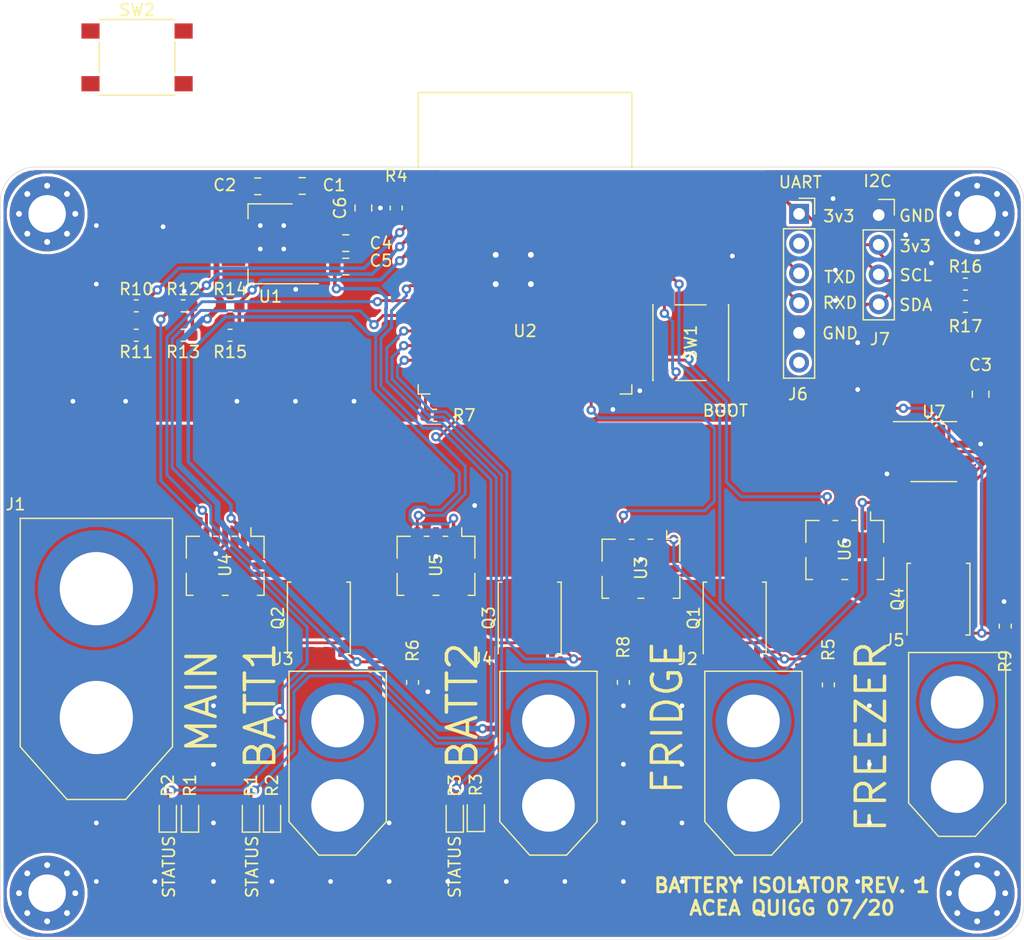
<source format=kicad_pcb>
(kicad_pcb (version 20171130) (host pcbnew "(5.1.5-0-10_14)")
  (layers (0 F.Cu signal) (31 B.Cu signal) (34 B.Paste user) (35 F.Paste user) (36 B.SilkS user) (37 F.SilkS user) (38 B.Mask user) (39 F.Mask user) (44 Edge.Cuts user))
  (net 0 "")
  (net 1 Alternator)
  (net 2 GND)
  (net 3 +3V3)
  (net 4 "Net-(D1-Pad1)")
  (net 5 MAIN_LED)
  (net 6 AUX1_LED)
  (net 7 "Net-(D2-Pad1)")
  (net 8 "Net-(D3-Pad1)")
  (net 9 AUX2_LED)
  (net 10 "Net-(J2-Pad2)")
  (net 11 "Net-(J5-Pad2)")
  (net 12 TXD)
  (net 13 RXD)
  (net 14 LOAD_1)
  (net 15 "Net-(Q1-Pad5)")
  (net 16 AUX_1)
  (net 17 "Net-(Q2-Pad5)")
  (net 18 "Net-(Q3-Pad5)")
  (net 19 AUX_2)
  (net 20 "Net-(Q4-Pad5)")
  (net 21 LOAD_2)
  (net 22 "Net-(R7-Pad2)")
  (net 23 "Net-(SW1-Pad1)")
  (net 24 LOAD_2_C)
  (net 25 AUX_2_C)
  (net 26 AUX_1_C)
  (net 27 LOAD_1_C)
  (net 28 BAT1V)
  (net 29 BAT2V)
  (net 30 MAIN)
  (net 31 BAT1)
  (net 32 BAT2)
  (net 33 SDA)
  (net 34 SCL)
  (net 35 RST)
  (module Acea:AMASS_XT90-F_1x02_P11mm_Vertical (layer F.Cu) (at 110 122 90)
    (fp_text reference J1 (at 18.2 -6.9 180) (layer F.SilkS))
    (fp_text value INPUT)
    (pad 2 thru_hole circle (at 11 0 90) (size 10 10) (drill 6.25) (layers *.Cu *.Mask) (net 1 Alternator))
    (pad 1 thru_hole roundrect (at 0 0 90) (size 9 9) (drill 6.25) (layers *.Cu *.Mask) (net 2 GND))
  )
  (module Connector_AMASS:AMASS_XT60-F_1x02_P7.20mm_Vertical (layer F.Cu) (at 148.6 129.5 90)
    (fp_text reference J4 (at 12.5 -5.6 180) (layer F.SilkS))
    (fp_text value BATT2)
    (pad 2 thru_hole circle (at 7.2 0 90) (size 6.5 6.5) (drill 4.5) (layers *.Cu *.Mask) (net 29 BAT2V))
    (pad 1 thru_hole roundrect (at 0 0 90) (size 6.5 6.5) (drill 4.5) (layers *.Cu *.Mask) (net 2 GND))
  )
  (module Connector_AMASS:AMASS_XT60-F_1x02_P7.20mm_Vertical (layer F.Cu) (at 166.1 129.5 90)
    (fp_text reference J2 (at 12.5 -5.6 180) (layer F.SilkS))
    (fp_text value LOAD1)
    (pad 1 thru_hole roundrect (at 0 0 90) (size 6.5 6.5) (drill 4.5) (layers *.Cu *.Mask) (net 2 GND))
    (pad 2 thru_hole circle (at 7.2 0 90) (size 6.5 6.5) (drill 4.5) (layers *.Cu *.Mask) (net 10 "Net-(J2-Pad2)"))
  )
  (module MountingHole:MountingHole_3.2mm_M3_Pad_Via (layer F.Cu) (at 105.8 137)
    (fp_text reference H1 hide)
    (fp_text value MountingHole_3.2mm_M3_Pad_Via)
    (pad 1 thru_hole circle (at 1.697056 -1.697056) (size 0.8 0.8) (drill 0.5) (layers *.Cu *.Mask))
    (pad 1 thru_hole circle (at 0 -2.4) (size 0.8 0.8) (drill 0.5) (layers *.Cu *.Mask))
    (pad 1 thru_hole circle (at -1.697056 -1.697056) (size 0.8 0.8) (drill 0.5) (layers *.Cu *.Mask))
    (pad 1 thru_hole circle (at -2.4 0) (size 0.8 0.8) (drill 0.5) (layers *.Cu *.Mask))
    (pad 1 thru_hole circle (at -1.697056 1.697056) (size 0.8 0.8) (drill 0.5) (layers *.Cu *.Mask))
    (pad 1 thru_hole circle (at 0 2.4) (size 0.8 0.8) (drill 0.5) (layers *.Cu *.Mask))
    (pad 1 thru_hole circle (at 1.697056 1.697056) (size 0.8 0.8) (drill 0.5) (layers *.Cu *.Mask))
    (pad 1 thru_hole circle (at 2.4 0) (size 0.8 0.8) (drill 0.5) (layers *.Cu *.Mask))
    (pad 1 thru_hole circle (at 0 0) (size 6.4 6.4) (drill 3.2) (layers *.Cu *.Mask))
  )
  (module MountingHole:MountingHole_3.2mm_M3_Pad_Via (layer F.Cu) (at 185.2 79)
    (fp_text reference H1 hide)
    (fp_text value MountingHole_3.2mm_M3_Pad_Via)
    (pad 1 thru_hole circle (at 1.697056 -1.697056) (size 0.8 0.8) (drill 0.5) (layers *.Cu *.Mask))
    (pad 1 thru_hole circle (at 0 -2.4) (size 0.8 0.8) (drill 0.5) (layers *.Cu *.Mask))
    (pad 1 thru_hole circle (at -1.697056 -1.697056) (size 0.8 0.8) (drill 0.5) (layers *.Cu *.Mask))
    (pad 1 thru_hole circle (at -2.4 0) (size 0.8 0.8) (drill 0.5) (layers *.Cu *.Mask))
    (pad 1 thru_hole circle (at -1.697056 1.697056) (size 0.8 0.8) (drill 0.5) (layers *.Cu *.Mask))
    (pad 1 thru_hole circle (at 0 2.4) (size 0.8 0.8) (drill 0.5) (layers *.Cu *.Mask))
    (pad 1 thru_hole circle (at 1.697056 1.697056) (size 0.8 0.8) (drill 0.5) (layers *.Cu *.Mask))
    (pad 1 thru_hole circle (at 2.4 0) (size 0.8 0.8) (drill 0.5) (layers *.Cu *.Mask))
    (pad 1 thru_hole circle (at 0 0) (size 6.4 6.4) (drill 3.2) (layers *.Cu *.Mask))
  )
  (module MountingHole:MountingHole_3.2mm_M3_Pad_Via (layer F.Cu) (at 185.2 137)
    (fp_text reference H1 hide)
    (fp_text value MountingHole_3.2mm_M3_Pad_Via)
    (pad 1 thru_hole circle (at 0 0) (size 6.4 6.4) (drill 3.2) (layers *.Cu *.Mask))
    (pad 1 thru_hole circle (at 2.4 0) (size 0.8 0.8) (drill 0.5) (layers *.Cu *.Mask))
    (pad 1 thru_hole circle (at 1.697056 1.697056) (size 0.8 0.8) (drill 0.5) (layers *.Cu *.Mask))
    (pad 1 thru_hole circle (at 0 2.4) (size 0.8 0.8) (drill 0.5) (layers *.Cu *.Mask))
    (pad 1 thru_hole circle (at -1.697056 1.697056) (size 0.8 0.8) (drill 0.5) (layers *.Cu *.Mask))
    (pad 1 thru_hole circle (at -2.4 0) (size 0.8 0.8) (drill 0.5) (layers *.Cu *.Mask))
    (pad 1 thru_hole circle (at -1.697056 -1.697056) (size 0.8 0.8) (drill 0.5) (layers *.Cu *.Mask))
    (pad 1 thru_hole circle (at 0 -2.4) (size 0.8 0.8) (drill 0.5) (layers *.Cu *.Mask))
    (pad 1 thru_hole circle (at 1.697056 -1.697056) (size 0.8 0.8) (drill 0.5) (layers *.Cu *.Mask))
  )
  (module MountingHole:MountingHole_3.2mm_M3_Pad_Via (layer F.Cu) (at 105.8 79)
    (fp_text reference H1 hide)
    (fp_text value MountingHole_3.2mm_M3_Pad_Via)
    (pad 1 thru_hole circle (at 1.697056 -1.697056) (size 0.8 0.8) (drill 0.5) (layers *.Cu *.Mask))
    (pad 1 thru_hole circle (at 0 -2.4) (size 0.8 0.8) (drill 0.5) (layers *.Cu *.Mask))
    (pad 1 thru_hole circle (at -1.697056 -1.697056) (size 0.8 0.8) (drill 0.5) (layers *.Cu *.Mask))
    (pad 1 thru_hole circle (at -2.4 0) (size 0.8 0.8) (drill 0.5) (layers *.Cu *.Mask))
    (pad 1 thru_hole circle (at -1.697056 1.697056) (size 0.8 0.8) (drill 0.5) (layers *.Cu *.Mask))
    (pad 1 thru_hole circle (at 0 2.4) (size 0.8 0.8) (drill 0.5) (layers *.Cu *.Mask))
    (pad 1 thru_hole circle (at 1.697056 1.697056) (size 0.8 0.8) (drill 0.5) (layers *.Cu *.Mask))
    (pad 1 thru_hole circle (at 2.4 0) (size 0.8 0.8) (drill 0.5) (layers *.Cu *.Mask))
    (pad 1 thru_hole circle (at 0 0) (size 6.4 6.4) (drill 3.2) (layers *.Cu *.Mask))
  )
  (module Capacitor_SMD:C_0805_2012Metric (layer F.Cu) (at 127.57 76.62)
    (fp_text reference C1 (at 2.72 -0.07) (layer F.SilkS))
    (fp_text value 10uF)
    (pad 1 smd roundrect (at -0.9375 0) (size 0.975 1.4) (layers F.Cu F.Paste F.Mask) (net 29 BAT2V))
    (pad 2 smd roundrect (at 0.9375 0) (size 0.975 1.4) (layers F.Cu F.Paste F.Mask) (net 2 GND))
  )
  (module Capacitor_SMD:C_0805_2012Metric (layer F.Cu) (at 123.78 76.65 180)
    (fp_text reference C2 (at 2.82 0.11) (layer F.SilkS))
    (fp_text value 100n)
    (pad 1 smd roundrect (at -0.9375 0 180) (size 0.975 1.4) (layers F.Cu F.Paste F.Mask) (net 29 BAT2V))
    (pad 2 smd roundrect (at 0.9375 0 180) (size 0.975 1.4) (layers F.Cu F.Paste F.Mask) (net 2 GND))
  )
  (module Capacitor_SMD:C_0805_2012Metric (layer F.Cu) (at 131.3 81.5)
    (fp_text reference C4 (at 3 0) (layer F.SilkS))
    (fp_text value 10uF)
    (pad 2 smd roundrect (at 0.9375 0) (size 0.975 1.4) (layers F.Cu F.Paste F.Mask) (net 2 GND))
    (pad 1 smd roundrect (at -0.9375 0) (size 0.975 1.4) (layers F.Cu F.Paste F.Mask) (net 3 +3V3))
  )
  (module Capacitor_SMD:C_0805_2012Metric (layer F.Cu) (at 131.3 83.5)
    (fp_text reference C5 (at 3 -0.5) (layer F.SilkS))
    (fp_text value 100n)
    (pad 2 smd roundrect (at 0.9375 0) (size 0.975 1.4) (layers F.Cu F.Paste F.Mask) (net 2 GND))
    (pad 1 smd roundrect (at -0.9375 0) (size 0.975 1.4) (layers F.Cu F.Paste F.Mask) (net 3 +3V3))
  )
  (module Capacitor_SMD:C_0805_2012Metric (layer F.Cu) (at 132.8 78.5 90)
    (fp_text reference C6 (at 0 -2 90) (layer F.SilkS))
    (fp_text value 100n)
    (pad 1 smd roundrect (at -0.9375 0 90) (size 0.975 1.4) (layers F.Cu F.Paste F.Mask) (net 35 RST))
    (pad 2 smd roundrect (at 0.9375 0 90) (size 0.975 1.4) (layers F.Cu F.Paste F.Mask) (net 2 GND))
  )
  (module LED_SMD:LED_0603_1608Metric (layer F.Cu) (at 116.1 130.3 90)
    (fp_text reference D2 (at 2.5 0 90) (layer F.SilkS))
    (fp_text value "MAIN LED")
    (pad 1 smd roundrect (at -0.7875 0 90) (size 0.875 0.95) (layers F.Cu F.Paste F.Mask) (net 7 "Net-(D2-Pad1)"))
    (pad 2 smd roundrect (at 0.7875 0 90) (size 0.875 0.95) (layers F.Cu F.Paste F.Mask) (net 5 MAIN_LED))
  )
  (module LED_SMD:LED_0603_1608Metric (layer F.Cu) (at 123.2 130.3 90)
    (fp_text reference D1 (at 2.5 0 90) (layer F.SilkS))
    (fp_text value "AUX1 LED")
    (pad 2 smd roundrect (at 0.7875 0 90) (size 0.875 0.95) (layers F.Cu F.Paste F.Mask) (net 6 AUX1_LED))
    (pad 1 smd roundrect (at -0.7875 0 90) (size 0.875 0.95) (layers F.Cu F.Paste F.Mask) (net 4 "Net-(D1-Pad1)"))
  )
  (module LED_SMD:LED_0603_1608Metric (layer F.Cu) (at 140.6 130.3 90)
    (fp_text reference D3 (at 2.5 0 90) (layer F.SilkS))
    (fp_text value "AUX2 LED")
    (pad 1 smd roundrect (at -0.7875 0 90) (size 0.875 0.95) (layers F.Cu F.Paste F.Mask) (net 8 "Net-(D3-Pad1)"))
    (pad 2 smd roundrect (at 0.7875 0 90) (size 0.875 0.95) (layers F.Cu F.Paste F.Mask) (net 9 AUX2_LED))
  )
  (module Connector_AMASS:AMASS_XT60-F_1x02_P7.20mm_Vertical (layer F.Cu) (at 130.6 129.5 90)
    (fp_text reference J3 (at 12.5 -4.6) (layer F.SilkS))
    (fp_text value BATT1)
    (pad 1 thru_hole roundrect (at 0 0 90) (size 6.5 6.5) (drill 4.5) (layers *.Cu *.Mask) (net 2 GND))
    (pad 2 thru_hole circle (at 7.2 0 90) (size 6.5 6.5) (drill 4.5) (layers *.Cu *.Mask) (net 28 BAT1V))
  )
  (module Connector_AMASS:AMASS_XT60-F_1x02_P7.20mm_Vertical (layer F.Cu) (at 183.5 127.9 90)
    (fp_text reference J5 (at 12.5 -5.35) (layer F.SilkS))
    (fp_text value LOAD2)
    (pad 2 thru_hole circle (at 7.2 0 90) (size 6.5 6.5) (drill 4.5) (layers *.Cu *.Mask) (net 11 "Net-(J5-Pad2)"))
    (pad 1 thru_hole roundrect (at 0 0 90) (size 6.5 6) (drill 4.5) (layers *.Cu *.Mask) (net 2 GND))
  )
  (module Connector_PinSocket_2.54mm:PinSocket_1x06_P2.54mm_Vertical (layer F.Cu) (at 170 79)
    (fp_text reference J6 (at -0.1 15.4) (layer F.SilkS))
    (fp_text value Conn_01x06_Female)
    (pad 1 thru_hole rect (at 0 0) (size 1.7 1.7) (drill 1) (layers *.Cu *.Mask) (net 3 +3V3))
    (pad 2 thru_hole oval (at 0 2.54) (size 1.7 1.7) (drill 1) (layers *.Cu *.Mask))
    (pad 3 thru_hole oval (at 0 5.08) (size 1.7 1.7) (drill 1) (layers *.Cu *.Mask) (net 12 TXD))
    (pad 4 thru_hole oval (at 0 7.62) (size 1.7 1.7) (drill 1) (layers *.Cu *.Mask) (net 13 RXD))
    (pad 5 thru_hole oval (at 0 10.16) (size 1.7 1.7) (drill 1) (layers *.Cu *.Mask) (net 2 GND))
    (pad 6 thru_hole oval (at 0 12.7) (size 1.7 1.7) (drill 1) (layers *.Cu *.Mask))
  )
  (module Package_TO_SOT_SMD:TDSON-8-1 (layer F.Cu) (at 164.5 113.5 90)
    (fp_text reference Q1 (at 0 -3.5 90) (layer F.SilkS))
    (fp_text value BSC070N10LS5)
    (pad 1 smd rect (at -2.9 -1.905 90) (size 0.85 0.5) (layers F.Cu F.Paste F.Mask) (net 10 "Net-(J2-Pad2)"))
    (pad 2 smd rect (at -2.9 -0.635 90) (size 0.85 0.5) (layers F.Cu F.Paste F.Mask) (net 10 "Net-(J2-Pad2)"))
    (pad 3 smd rect (at -2.9 0.635 90) (size 0.85 0.5) (layers F.Cu F.Paste F.Mask) (net 10 "Net-(J2-Pad2)"))
    (pad 4 smd rect (at -2.9 1.905 90) (size 0.85 0.5) (layers F.Cu F.Paste F.Mask) (net 14 LOAD_1))
    (pad 5 smd rect (at 1.05 0 90) (size 4.55 4.41) (layers F.Cu) (net 15 "Net-(Q1-Pad5)"))
  )
  (module Package_TO_SOT_SMD:TDSON-8-1 (layer F.Cu) (at 129 113.5 90)
    (fp_text reference Q2 (at 0 -3.5 90) (layer F.SilkS))
    (fp_text value BSC070N10LS5)
    (pad 1 smd rect (at -2.9 -1.905 90) (size 0.85 0.5) (layers F.Cu F.Paste F.Mask) (net 28 BAT1V))
    (pad 2 smd rect (at -2.9 -0.635 90) (size 0.85 0.5) (layers F.Cu F.Paste F.Mask) (net 28 BAT1V))
    (pad 3 smd rect (at -2.9 0.635 90) (size 0.85 0.5) (layers F.Cu F.Paste F.Mask) (net 28 BAT1V))
    (pad 4 smd rect (at -2.9 1.905 90) (size 0.85 0.5) (layers F.Cu F.Paste F.Mask) (net 16 AUX_1))
    (pad 5 smd rect (at 1.05 0 90) (size 4.55 4.41) (layers F.Cu) (net 17 "Net-(Q2-Pad5)"))
  )
  (module Package_TO_SOT_SMD:TDSON-8-1 (layer F.Cu) (at 147 113.5 90)
    (fp_text reference Q3 (at 0 -3.5 90) (layer F.SilkS))
    (fp_text value BSC070N10LS5)
    (pad 5 smd rect (at 1.05 0 90) (size 4.55 4.41) (layers F.Cu) (net 18 "Net-(Q3-Pad5)"))
    (pad 4 smd rect (at -2.9 1.905 90) (size 0.85 0.5) (layers F.Cu F.Paste F.Mask) (net 19 AUX_2))
    (pad 3 smd rect (at -2.9 0.635 90) (size 0.85 0.5) (layers F.Cu F.Paste F.Mask) (net 29 BAT2V))
    (pad 2 smd rect (at -2.9 -0.635 90) (size 0.85 0.5) (layers F.Cu F.Paste F.Mask) (net 29 BAT2V))
    (pad 1 smd rect (at -2.9 -1.905 90) (size 0.85 0.5) (layers F.Cu F.Paste F.Mask) (net 29 BAT2V))
  )
  (module Package_TO_SOT_SMD:TDSON-8-1 (layer F.Cu) (at 181.9 111.9 90)
    (fp_text reference Q4 (at 0 -3.5 90) (layer F.SilkS))
    (fp_text value BSC070N10LS5)
    (pad 5 smd rect (at 1.05 0 90) (size 4.55 4.41) (layers F.Cu) (net 20 "Net-(Q4-Pad5)"))
    (pad 4 smd rect (at -2.9 1.905 90) (size 0.85 0.5) (layers F.Cu F.Paste F.Mask) (net 21 LOAD_2))
    (pad 3 smd rect (at -2.9 0.635 90) (size 0.85 0.5) (layers F.Cu F.Paste F.Mask) (net 11 "Net-(J5-Pad2)"))
    (pad 2 smd rect (at -2.9 -0.635 90) (size 0.85 0.5) (layers F.Cu F.Paste F.Mask) (net 11 "Net-(J5-Pad2)"))
    (pad 1 smd rect (at -2.9 -1.905 90) (size 0.85 0.5) (layers F.Cu F.Paste F.Mask) (net 11 "Net-(J5-Pad2)"))
  )
  (module LED_SMD:LED_0603_1608Metric (layer F.Cu) (at 118 130.3 90)
    (fp_text reference R1 (at 2.5 0 90) (layer F.SilkS))
    (fp_text value 2.55K)
    (pad 2 smd roundrect (at 0.7875 0 90) (size 0.875 0.95) (layers F.Cu F.Paste F.Mask) (net 2 GND))
    (pad 1 smd roundrect (at -0.7875 0 90) (size 0.875 0.95) (layers F.Cu F.Paste F.Mask) (net 7 "Net-(D2-Pad1)"))
  )
  (module LED_SMD:LED_0603_1608Metric (layer F.Cu) (at 125 130.3 90)
    (fp_text reference R2 (at 2.5 0 90) (layer F.SilkS))
    (fp_text value 2.55K)
    (pad 2 smd roundrect (at 0.7875 0 90) (size 0.875 0.95) (layers F.Cu F.Paste F.Mask) (net 2 GND))
    (pad 1 smd roundrect (at -0.7875 0 90) (size 0.875 0.95) (layers F.Cu F.Paste F.Mask) (net 4 "Net-(D1-Pad1)"))
  )
  (module LED_SMD:LED_0603_1608Metric (layer F.Cu) (at 142.4 130.25 90)
    (fp_text reference R3 (at 2.5 0 90) (layer F.SilkS))
    (fp_text value 2.55K)
    (pad 1 smd roundrect (at -0.7875 0 90) (size 0.875 0.95) (layers F.Cu F.Paste F.Mask) (net 8 "Net-(D3-Pad1)"))
    (pad 2 smd roundrect (at 0.7875 0 90) (size 0.875 0.95) (layers F.Cu F.Paste F.Mask) (net 2 GND))
  )
  (module Resistor_SMD:R_0603_1608Metric (layer F.Cu) (at 135.6 78.5 270)
    (fp_text reference R4 (at -2.75 0 180) (layer F.SilkS))
    (fp_text value 10k)
    (pad 1 smd roundrect (at -0.7875 0 270) (size 0.875 0.95) (layers F.Cu F.Paste F.Mask) (net 3 +3V3))
    (pad 2 smd roundrect (at 0.7875 0 270) (size 0.875 0.95) (layers F.Cu F.Paste F.Mask) (net 35 RST))
  )
  (module Resistor_SMD:R_0603_1608Metric (layer F.Cu) (at 172.5 119.2125 270)
    (fp_text reference R5 (at -3 0 90) (layer F.SilkS))
    (fp_text value 10k)
    (pad 1 smd roundrect (at -0.7875 0 270) (size 0.875 0.95) (layers F.Cu F.Paste F.Mask) (net 14 LOAD_1))
    (pad 2 smd roundrect (at 0.7875 0 270) (size 0.875 0.95) (layers F.Cu F.Paste F.Mask) (net 2 GND))
  )
  (module Resistor_SMD:R_0603_1608Metric (layer F.Cu) (at 137 119 270)
    (fp_text reference R6 (at -2.7125 0 90) (layer F.SilkS))
    (fp_text value 10k)
    (pad 2 smd roundrect (at 0.7875 0 270) (size 0.875 0.95) (layers F.Cu F.Paste F.Mask) (net 2 GND))
    (pad 1 smd roundrect (at -0.7875 0 270) (size 0.875 0.95) (layers F.Cu F.Paste F.Mask) (net 16 AUX_1))
  )
  (module Resistor_SMD:R_0603_1608Metric (layer F.Cu) (at 138.9 96.2 180)
    (fp_text reference R7 (at -2.5 0) (layer F.SilkS))
    (fp_text value 10k)
    (pad 2 smd roundrect (at 0.7875 0 180) (size 0.875 0.95) (layers F.Cu F.Paste F.Mask) (net 22 "Net-(R7-Pad2)"))
    (pad 1 smd roundrect (at -0.7875 0 180) (size 0.875 0.95) (layers F.Cu F.Paste F.Mask) (net 2 GND))
  )
  (module Resistor_SMD:R_0603_1608Metric (layer F.Cu) (at 155 119 270)
    (fp_text reference R8 (at -3 0 90) (layer F.SilkS))
    (fp_text value 10k)
    (pad 2 smd roundrect (at 0.7875 0 270) (size 0.875 0.95) (layers F.Cu F.Paste F.Mask) (net 2 GND))
    (pad 1 smd roundrect (at -0.7875 0 270) (size 0.875 0.95) (layers F.Cu F.Paste F.Mask) (net 19 AUX_2))
  )
  (module Resistor_SMD:R_0603_1608Metric (layer F.Cu) (at 187.6 114.2 90)
    (fp_text reference R9 (at -3 0 90) (layer F.SilkS))
    (fp_text value 10k)
    (pad 1 smd roundrect (at -0.7875 0 90) (size 0.875 0.95) (layers F.Cu F.Paste F.Mask) (net 21 LOAD_2))
    (pad 2 smd roundrect (at 0.7875 0 90) (size 0.875 0.95) (layers F.Cu F.Paste F.Mask) (net 2 GND))
  )
  (module Button_Switch_SMD:SW_Push_1P1T_NO_6x6mm_H9.5mm (layer F.Cu) (at 160.75 90 90)
    (fp_text reference SW1 (at 0 0 90) (layer F.SilkS))
    (fp_text value TS-1102W-4316)
    (pad 2 smd rect (at -3.975 2.25 90) (size 1.55 1.3) (layers F.Cu F.Paste F.Mask) (net 2 GND))
    (pad 1 smd rect (at -3.975 -2.25 90) (size 1.55 1.3) (layers F.Cu F.Paste F.Mask) (net 23 "Net-(SW1-Pad1)"))
    (pad 1 smd rect (at 3.975 -2.25 90) (size 1.55 1.3) (layers F.Cu F.Paste F.Mask) (net 23 "Net-(SW1-Pad1)"))
    (pad 2 smd rect (at 3.975 2.25 90) (size 1.55 1.3) (layers F.Cu F.Paste F.Mask) (net 2 GND))
  )
  (module RF_Module:ESP32-WROOM-32 (layer F.Cu) (at 146.6 84.5)
    (fp_text reference U2 (at 0 4.5 180) (layer F.SilkS))
    (fp_text value ESP32-WROOM-32D)
    (pad 39 smd rect (at -1 -0.755) (size 5 5) (layers F.Cu F.Paste F.Mask) (net 2 GND))
    (pad 1 smd rect (at -8.5 -8.255) (size 2 0.9) (layers F.Cu F.Paste F.Mask) (net 2 GND))
    (pad 2 smd rect (at -8.5 -6.985) (size 2 0.9) (layers F.Cu F.Paste F.Mask) (net 3 +3V3))
    (pad 3 smd rect (at -8.5 -5.715) (size 2 0.9) (layers F.Cu F.Paste F.Mask) (net 35 RST))
    (pad 4 smd rect (at -8.5 -4.445) (size 2 0.9) (layers F.Cu F.Paste F.Mask) (net 30 MAIN))
    (pad 5 smd rect (at -8.5 -3.175) (size 2 0.9) (layers F.Cu F.Paste F.Mask) (net 31 BAT1))
    (pad 6 smd rect (at -8.5 -1.905) (size 2 0.9) (layers F.Cu F.Paste F.Mask) (net 32 BAT2))
    (pad 7 smd rect (at -8.5 -0.635) (size 2 0.9) (layers F.Cu F.Paste F.Mask))
    (pad 8 smd rect (at -8.5 0.635) (size 2 0.9) (layers F.Cu F.Paste F.Mask) (net 5 MAIN_LED))
    (pad 9 smd rect (at -8.5 1.905) (size 2 0.9) (layers F.Cu F.Paste F.Mask) (net 26 AUX_1_C))
    (pad 10 smd rect (at -8.5 3.175) (size 2 0.9) (layers F.Cu F.Paste F.Mask) (net 16 AUX_1))
    (pad 11 smd rect (at -8.5 4.445) (size 2 0.9) (layers F.Cu F.Paste F.Mask) (net 6 AUX1_LED))
    (pad 12 smd rect (at -8.5 5.715) (size 2 0.9) (layers F.Cu F.Paste F.Mask) (net 9 AUX2_LED))
    (pad 13 smd rect (at -8.5 6.985) (size 2 0.9) (layers F.Cu F.Paste F.Mask) (net 19 AUX_2))
    (pad 14 smd rect (at -8.5 8.255) (size 2 0.9) (layers F.Cu F.Paste F.Mask) (net 22 "Net-(R7-Pad2)"))
    (pad 15 smd rect (at -5.715 9.255 90) (size 2 0.9) (layers F.Cu F.Paste F.Mask) (net 2 GND))
    (pad 16 smd rect (at -4.445 9.255 90) (size 2 0.9) (layers F.Cu F.Paste F.Mask) (net 25 AUX_2_C))
    (pad 17 smd rect (at -3.175 9.255 90) (size 2 0.9) (layers F.Cu F.Paste F.Mask))
    (pad 18 smd rect (at -1.905 9.255 90) (size 2 0.9) (layers F.Cu F.Paste F.Mask))
    (pad 19 smd rect (at -0.635 9.255 90) (size 2 0.9) (layers F.Cu F.Paste F.Mask))
    (pad 20 smd rect (at 0.635 9.255 90) (size 2 0.9) (layers F.Cu F.Paste F.Mask))
    (pad 21 smd rect (at 1.905 9.255 90) (size 2 0.9) (layers F.Cu F.Paste F.Mask))
    (pad 22 smd rect (at 3.175 9.255 90) (size 2 0.9) (layers F.Cu F.Paste F.Mask))
    (pad 23 smd rect (at 4.445 9.255 90) (size 2 0.9) (layers F.Cu F.Paste F.Mask))
    (pad 24 smd rect (at 5.715 9.255 90) (size 2 0.9) (layers F.Cu F.Paste F.Mask) (net 27 LOAD_1_C))
    (pad 25 smd rect (at 8.5 8.255) (size 2 0.9) (layers F.Cu F.Paste F.Mask) (net 23 "Net-(SW1-Pad1)"))
    (pad 26 smd rect (at 8.5 6.985) (size 2 0.9) (layers F.Cu F.Paste F.Mask) (net 24 LOAD_2_C))
    (pad 27 smd rect (at 8.5 5.715) (size 2 0.9) (layers F.Cu F.Paste F.Mask))
    (pad 28 smd rect (at 8.5 4.445) (size 2 0.9) (layers F.Cu F.Paste F.Mask))
    (pad 29 smd rect (at 8.5 3.175) (size 2 0.9) (layers F.Cu F.Paste F.Mask))
    (pad 30 smd rect (at 8.5 1.905) (size 2 0.9) (layers F.Cu F.Paste F.Mask))
    (pad 31 smd rect (at 8.5 0.635) (size 2 0.9) (layers F.Cu F.Paste F.Mask) (net 14 LOAD_1))
    (pad 32 smd rect (at 8.5 -0.635) (size 2 0.9) (layers F.Cu F.Paste F.Mask))
    (pad 33 smd rect (at 8.5 -1.905) (size 2 0.9) (layers F.Cu F.Paste F.Mask) (net 33 SDA))
    (pad 34 smd rect (at 8.5 -3.175) (size 2 0.9) (layers F.Cu F.Paste F.Mask) (net 13 RXD))
    (pad 35 smd rect (at 8.5 -4.445) (size 2 0.9) (layers F.Cu F.Paste F.Mask) (net 12 TXD))
    (pad 36 smd rect (at 8.5 -5.715) (size 2 0.9) (layers F.Cu F.Paste F.Mask) (net 34 SCL))
    (pad 37 smd rect (at 8.5 -6.985) (size 2 0.9) (layers F.Cu F.Paste F.Mask) (net 21 LOAD_2))
    (pad 38 smd rect (at 8.5 -8.255) (size 2 0.9) (layers F.Cu F.Paste F.Mask) (net 2 GND))
  )
  (module Sensor_Current:Allegro_PSOF-7_4.8x6.4mm_P1.60mm (layer F.Cu) (at 156.5 109.25 270)
    (fp_text reference U3 (at 0 0 270) (layer F.SilkS))
    (fp_text value ACS781LLRTR-050B)
    (pad 6 smd rect (at 2.4 -1.5 270) (size 1.7 1.8) (layers F.Cu F.Paste F.Mask) (net 15 "Net-(Q1-Pad5)"))
    (pad 5 smd rect (at 2.4 1.5 270) (size 1.7 1.8) (layers F.Cu F.Paste F.Mask) (net 1 Alternator))
    (pad 7 smd rect (at 0.05 -2.8 270) (size 0.6 0.9) (layers F.Cu F.Paste F.Mask))
    (pad 4 smd rect (at 0.05 2.8 270) (size 0.6 0.9) (layers F.Cu F.Paste F.Mask))
    (pad 3 smd rect (at -2.45 1.6 270) (size 1.6 0.5) (layers F.Cu F.Paste F.Mask) (net 27 LOAD_1_C))
    (pad 2 smd rect (at -2.45 0 270) (size 1.6 0.5) (layers F.Cu F.Paste F.Mask) (net 2 GND))
    (pad 1 smd rect (at -2.45 -1.6 270) (size 1.6 0.5) (layers F.Cu F.Paste F.Mask) (net 3 +3V3))
  )
  (module Sensor_Current:Allegro_PSOF-7_4.8x6.4mm_P1.60mm (layer F.Cu) (at 121 109 270)
    (fp_text reference U4 (at 0 0 90) (layer F.SilkS))
    (fp_text value ACS781LLRTR-050B)
    (pad 6 smd rect (at 2.4 -1.5 270) (size 1.7 1.8) (layers F.Cu F.Paste F.Mask) (net 17 "Net-(Q2-Pad5)"))
    (pad 5 smd rect (at 2.4 1.5 270) (size 1.7 1.8) (layers F.Cu F.Paste F.Mask) (net 1 Alternator))
    (pad 7 smd rect (at 0.05 -2.8 270) (size 0.6 0.9) (layers F.Cu F.Paste F.Mask))
    (pad 4 smd rect (at 0.05 2.8 270) (size 0.6 0.9) (layers F.Cu F.Paste F.Mask))
    (pad 3 smd rect (at -2.45 1.6 270) (size 1.6 0.5) (layers F.Cu F.Paste F.Mask) (net 26 AUX_1_C))
    (pad 2 smd rect (at -2.45 0 270) (size 1.6 0.5) (layers F.Cu F.Paste F.Mask) (net 2 GND))
    (pad 1 smd rect (at -2.45 -1.6 270) (size 1.6 0.5) (layers F.Cu F.Paste F.Mask) (net 3 +3V3))
  )
  (module Sensor_Current:Allegro_PSOF-7_4.8x6.4mm_P1.60mm (layer F.Cu) (at 139 109 270)
    (fp_text reference U5 (at 0 0 90) (layer F.SilkS))
    (fp_text value ACS781LLRTR-050B)
    (pad 1 smd rect (at -2.45 -1.6 270) (size 1.6 0.5) (layers F.Cu F.Paste F.Mask) (net 3 +3V3))
    (pad 2 smd rect (at -2.45 0 270) (size 1.6 0.5) (layers F.Cu F.Paste F.Mask) (net 2 GND))
    (pad 3 smd rect (at -2.45 1.6 270) (size 1.6 0.5) (layers F.Cu F.Paste F.Mask) (net 25 AUX_2_C))
    (pad 4 smd rect (at 0.05 2.8 270) (size 0.6 0.9) (layers F.Cu F.Paste F.Mask))
    (pad 7 smd rect (at 0.05 -2.8 270) (size 0.6 0.9) (layers F.Cu F.Paste F.Mask))
    (pad 5 smd rect (at 2.4 1.5 270) (size 1.7 1.8) (layers F.Cu F.Paste F.Mask) (net 1 Alternator))
    (pad 6 smd rect (at 2.4 -1.5 270) (size 1.7 1.8) (layers F.Cu F.Paste F.Mask) (net 18 "Net-(Q3-Pad5)"))
  )
  (module Sensor_Current:Allegro_PSOF-7_4.8x6.4mm_P1.60mm (layer F.Cu) (at 173.9 107.65 270)
    (fp_text reference U6 (at 0 0 90) (layer F.SilkS))
    (fp_text value ACS781LLRTR-050B)
    (pad 1 smd rect (at -2.45 -1.6 270) (size 1.6 0.5) (layers F.Cu F.Paste F.Mask) (net 3 +3V3))
    (pad 2 smd rect (at -2.45 0 270) (size 1.6 0.5) (layers F.Cu F.Paste F.Mask) (net 2 GND))
    (pad 3 smd rect (at -2.45 1.6 270) (size 1.6 0.5) (layers F.Cu F.Paste F.Mask) (net 24 LOAD_2_C))
    (pad 4 smd rect (at 0.05 2.8 270) (size 0.6 0.9) (layers F.Cu F.Paste F.Mask))
    (pad 7 smd rect (at 0.05 -2.8 270) (size 0.6 0.9) (layers F.Cu F.Paste F.Mask))
    (pad 5 smd rect (at 2.4 1.5 270) (size 1.7 1.8) (layers F.Cu F.Paste F.Mask) (net 1 Alternator))
    (pad 6 smd rect (at 2.4 -1.5 270) (size 1.7 1.8) (layers F.Cu F.Paste F.Mask) (net 20 "Net-(Q4-Pad5)"))
  )
  (module Resistor_SMD:R_0603_1608Metric (layer F.Cu) (at 113.405001 86.855001)
    (fp_text reference R10 (at 0 -1.43) (layer F.SilkS))
    (fp_text value 100k)
    (pad 2 smd roundrect (at 0.7875 0) (size 0.875 0.95) (layers F.Cu F.Paste F.Mask) (net 30 MAIN))
    (pad 1 smd roundrect (at -0.7875 0) (size 0.875 0.95) (layers F.Cu F.Paste F.Mask) (net 1 Alternator))
  )
  (module Resistor_SMD:R_0603_1608Metric (layer F.Cu) (at 113.405001 89.365001 180)
    (fp_text reference R11 (at 0 -1.43) (layer F.SilkS))
    (fp_text value 27k)
    (pad 1 smd roundrect (at -0.7875 0 180) (size 0.875 0.95) (layers F.Cu F.Paste F.Mask) (net 30 MAIN))
    (pad 2 smd roundrect (at 0.7875 0 180) (size 0.875 0.95) (layers F.Cu F.Paste F.Mask) (net 2 GND))
  )
  (module Resistor_SMD:R_0603_1608Metric (layer F.Cu) (at 117.415001 86.855001)
    (fp_text reference R12 (at 0 -1.43) (layer F.SilkS))
    (fp_text value 100k)
    (pad 2 smd roundrect (at 0.7875 0) (size 0.875 0.95) (layers F.Cu F.Paste F.Mask) (net 31 BAT1))
    (pad 1 smd roundrect (at -0.7875 0) (size 0.875 0.95) (layers F.Cu F.Paste F.Mask) (net 28 BAT1V))
  )
  (module Resistor_SMD:R_0603_1608Metric (layer F.Cu) (at 117.415001 89.365001 180)
    (fp_text reference R13 (at 0 -1.43) (layer F.SilkS))
    (fp_text value 27k)
    (pad 1 smd roundrect (at -0.7875 0 180) (size 0.875 0.95) (layers F.Cu F.Paste F.Mask) (net 31 BAT1))
    (pad 2 smd roundrect (at 0.7875 0 180) (size 0.875 0.95) (layers F.Cu F.Paste F.Mask) (net 2 GND))
  )
  (module Resistor_SMD:R_0603_1608Metric (layer F.Cu) (at 121.425001 86.855001)
    (fp_text reference R14 (at 0 -1.43) (layer F.SilkS))
    (fp_text value 100k)
    (pad 2 smd roundrect (at 0.7875 0) (size 0.875 0.95) (layers F.Cu F.Paste F.Mask) (net 32 BAT2))
    (pad 1 smd roundrect (at -0.7875 0) (size 0.875 0.95) (layers F.Cu F.Paste F.Mask) (net 29 BAT2V))
  )
  (module Resistor_SMD:R_0603_1608Metric (layer F.Cu) (at 121.425001 89.365001 180)
    (fp_text reference R15 (at 0 -1.43) (layer F.SilkS))
    (fp_text value 27k)
    (pad 1 smd roundrect (at -0.7875 0 180) (size 0.875 0.95) (layers F.Cu F.Paste F.Mask) (net 32 BAT2))
    (pad 2 smd roundrect (at 0.7875 0 180) (size 0.875 0.95) (layers F.Cu F.Paste F.Mask) (net 2 GND))
  )
  (module Connector_PinSocket_2.54mm:PinSocket_1x04_P2.54mm_Vertical (layer F.Cu) (at 176.8 79.1)
    (fp_text reference J7 (at 0.1 10.6) (layer F.SilkS))
    (fp_text value Conn_01x04_Female)
    (pad 1 thru_hole rect (at 0 0) (size 1.7 1.7) (drill 1) (layers *.Cu *.Mask) (net 2 GND))
    (pad 2 thru_hole oval (at 0 2.54) (size 1.7 1.7) (drill 1) (layers *.Cu *.Mask) (net 3 +3V3))
    (pad 3 thru_hole oval (at 0 5.08) (size 1.7 1.7) (drill 1) (layers *.Cu *.Mask) (net 34 SCL))
    (pad 4 thru_hole oval (at 0 7.62) (size 1.7 1.7) (drill 1) (layers *.Cu *.Mask) (net 33 SDA))
  )
  (module Resistor_SMD:R_0603_1608Metric (layer F.Cu) (at 184.2 85 180)
    (fp_text reference R16 (at 0 1.5) (layer F.SilkS))
    (fp_text value 2.2k)
    (pad 2 smd roundrect (at 0.7875 0 180) (size 0.875 0.95) (layers F.Cu F.Paste F.Mask) (net 34 SCL))
    (pad 1 smd roundrect (at -0.7875 0 180) (size 0.875 0.95) (layers F.Cu F.Paste F.Mask) (net 3 +3V3))
  )
  (module Resistor_SMD:R_0603_1608Metric (layer F.Cu) (at 184.2 86.9 180)
    (fp_text reference R17 (at 0 -1.7) (layer F.SilkS))
    (fp_text value 2.2k)
    (pad 1 smd roundrect (at -0.7875 0 180) (size 0.875 0.95) (layers F.Cu F.Paste F.Mask) (net 3 +3V3))
    (pad 2 smd roundrect (at 0.7875 0 180) (size 0.875 0.95) (layers F.Cu F.Paste F.Mask) (net 33 SDA))
  )
  (module Capacitor_SMD:C_0805_2012Metric (layer F.Cu) (at 185.5 94.4 270)
    (fp_text reference C3 (at -2.5 0 180) (layer F.SilkS))
    (fp_text value 100n)
    (pad 1 smd roundrect (at -0.9375 0 270) (size 0.975 1.4) (layers F.Cu F.Paste F.Mask) (net 3 +3V3))
    (pad 2 smd roundrect (at 0.9375 0 270) (size 0.975 1.4) (layers F.Cu F.Paste F.Mask) (net 2 GND))
  )
  (module Package_SO:SO-8_3.9x4.9mm_P1.27mm (layer F.Cu) (at 181.5 99.3)
    (fp_text reference U7 (at 0 -3.4) (layer F.SilkS))
    (fp_text value LM75BDP,118)
    (pad 1 smd roundrect (at -2.575 -1.905) (size 1.75 0.6) (layers F.Cu F.Paste F.Mask) (net 33 SDA))
    (pad 2 smd roundrect (at -2.575 -0.635) (size 1.75 0.6) (layers F.Cu F.Paste F.Mask) (net 34 SCL))
    (pad 3 smd roundrect (at -2.575 0.635) (size 1.75 0.6) (layers F.Cu F.Paste F.Mask))
    (pad 4 smd roundrect (at -2.575 1.905) (size 1.75 0.6) (layers F.Cu F.Paste F.Mask) (net 2 GND))
    (pad 5 smd roundrect (at 2.575 1.905) (size 1.75 0.6) (layers F.Cu F.Paste F.Mask) (net 2 GND))
    (pad 6 smd roundrect (at 2.575 0.635) (size 1.75 0.6) (layers F.Cu F.Paste F.Mask) (net 2 GND))
    (pad 7 smd roundrect (at 2.575 -0.635) (size 1.75 0.6) (layers F.Cu F.Paste F.Mask) (net 2 GND))
    (pad 8 smd roundrect (at 2.575 -1.905) (size 1.75 0.6) (layers F.Cu F.Paste F.Mask) (net 3 +3V3))
  )
  (module Button_Switch_SMD:SW_Push_1P1T_NO_6x6mm_H9.5mm (layer F.Cu) (at 113.475001 65.640001)
    (fp_text reference SW2 (at 0 -4.05) (layer F.SilkS))
    (fp_text value TS-1102W-4316)
    (pad 2 smd rect (at -3.975 2.25) (size 1.55 1.3) (layers F.Cu F.Paste F.Mask) (net 2 GND))
    (pad 1 smd rect (at -3.975 -2.25) (size 1.55 1.3) (layers F.Cu F.Paste F.Mask) (net 35 RST))
    (pad 1 smd rect (at 3.975 -2.25) (size 1.55 1.3) (layers F.Cu F.Paste F.Mask) (net 35 RST))
    (pad 2 smd rect (at 3.975 2.25) (size 1.55 1.3) (layers F.Cu F.Paste F.Mask) (net 2 GND))
  )
  (module Package_TO_SOT_SMD:SOT-223-3_TabPin2 (layer F.Cu) (at 124.86 81.56 180)
    (fp_text reference U1 (at 0 -4.5) (layer F.SilkS))
    (fp_text value AMS1117-3.3)
    (pad 2 smd rect (at 3.15 0 180) (size 2 3.8) (layers F.Cu F.Paste F.Mask) (net 3 +3V3))
    (pad 2 smd rect (at -3.15 0 180) (size 2 1.5) (layers F.Cu F.Paste F.Mask) (net 3 +3V3))
    (pad 3 smd rect (at -3.15 2.3 180) (size 2 1.5) (layers F.Cu F.Paste F.Mask) (net 29 BAT2V))
    (pad 1 smd rect (at -3.15 -2.3 180) (size 2 1.5) (layers F.Cu F.Paste F.Mask) (net 2 GND))
  )
  (gr_text BOOT (at 163.7 95.8) (layer F.SilkS) (effects (font (size 1 1))))
  (gr_text STATUS (at 140.6 134.75 90) (layer F.SilkS) (effects (font (size 1 1))))
  (gr_text STATUS (at 123.3 134.75 90) (layer F.SilkS) (effects (font (size 1 1))))
  (gr_text STATUS (at 116.2 134.75 90) (layer F.SilkS) (effects (font (size 1 1))))
  (gr_text GND (at 180.07 79.17) (layer F.SilkS) (effects (font (size 1 1))))
  (gr_text SDA (at 179.96 86.78) (layer F.SilkS) (effects (font (size 1 1))))
  (gr_text SCL (at 179.96 84.24) (layer F.SilkS) (effects (font (size 1 1))))
  (gr_text 3v3 (at 179.93 81.76) (layer F.SilkS) (effects (font (size 1 1))))
  (gr_text 3v3 (at 173.4 79.2) (layer F.SilkS) (effects (font (size 1 1))))
  (gr_text TXD (at 173.5 84.4) (layer F.SilkS) (effects (font (size 1 1))))
  (gr_text RXD (at 173.5 86.6) (layer F.SilkS) (effects (font (size 1 1))))
  (gr_text GND (at 173.5 89.2) (layer F.SilkS) (effects (font (size 1 1))))
  (gr_text UART (at 170.1 76.3) (layer F.SilkS) (effects (font (size 1 1))))
  (gr_text I2C (at 176.7 76.2) (layer F.SilkS) (effects (font (size 1 1))))
  (gr_text "BATTERY ISOLATOR REV. 1\nACEA QUIGG 07/20" (at 169.4 137.3) (layer F.SilkS) (effects (font (size 1.2 1.2) (thickness 0.25))))
  (gr_arc (start 104.8 78) (end 104.8 75) (angle -90) (layer Edge.Cuts) (width 0.05))
  (gr_arc (start 186.2 78) (end 189.2 78) (angle -90) (layer Edge.Cuts) (width 0.05))
  (gr_arc (start 186.2 138) (end 186.2 141) (angle -90) (layer Edge.Cuts) (width 0.05))
  (gr_arc (start 104.8 138) (end 101.8 138) (angle -90) (layer Edge.Cuts) (width 0.05))
  (gr_text FREEZER (at 176.15 123.65 90) (layer F.SilkS) (effects (font (size 2.5 2.5) (thickness 0.3))))
  (gr_text FRIDGE (at 158.75 122 90) (layer F.SilkS) (effects (font (size 2.5 2.5) (thickness 0.3))))
  (gr_text "BATT2\n" (at 141.25 121 90) (layer F.SilkS) (effects (font (size 2.5 2.5) (thickness 0.3))))
  (gr_text BATT1 (at 124 121 90) (layer F.SilkS) (effects (font (size 2.5 2.5) (thickness 0.3))))
  (gr_text MAIN (at 119 120.6 90) (layer F.SilkS) (effects (font (size 2.5 2.5) (thickness 0.3))))
  (gr_line (start 189.2 78) (end 189.2 138) (layer Edge.Cuts) (width 0.05))
  (gr_line (start 186.2 141) (end 104.8 141) (layer Edge.Cuts) (width 0.05))
  (gr_line (start 101.8 138) (end 101.8 78) (layer Edge.Cuts) (width 0.05))
  (gr_line (start 104.8 75) (end 186.2 75) (layer Edge.Cuts) (width 0.05))
  (via (at 136.3 91.5) (size 0.8) (drill 0.4) (layers F.Cu B.Cu) (net 19))
  (segment (start 110 105.343146) (end 110 111) (width 0.5) (layer F.Cu) (net 1))
  (segment (start 112.144999 86.855001) (end 110 89) (width 0.5) (layer F.Cu) (net 1))
  (segment (start 112.617501 86.855001) (end 112.144999 86.855001) (width 0.5) (layer F.Cu) (net 1))
  (segment (start 110 89) (end 110 92.947502) (width 0.5) (layer F.Cu) (net 1))
  (segment (start 110 109.343146) (end 110 89) (width 0.5) (layer F.Cu) (net 1))
  (via (at 138.3 119.8) (size 0.8) (drill 0.4) (layers F.Cu B.Cu) (net 2))
  (via (at 147.1 85) (size 1) (drill 0.5) (layers F.Cu B.Cu) (net 2))
  (via (at 147.1 82.5) (size 1) (drill 0.5) (layers F.Cu B.Cu) (net 2))
  (via (at 144.1 82.5) (size 1) (drill 0.5) (layers F.Cu B.Cu) (net 2))
  (via (at 144.1 85) (size 1) (drill 0.5) (layers F.Cu B.Cu) (net 2))
  (via (at 134.25 78.5) (size 0.8) (drill 0.4) (layers F.Cu B.Cu) (net 2))
  (via (at 110 136) (size 0.8) (drill 0.4) (layers F.Cu B.Cu) (net 2))
  (via (at 180 136) (size 0.8) (drill 0.4) (layers F.Cu B.Cu) (net 2))
  (via (at 175 136) (size 0.8) (drill 0.4) (layers F.Cu B.Cu) (net 2))
  (via (at 170 136) (size 0.8) (drill 0.4) (layers F.Cu B.Cu) (net 2))
  (via (at 165 136) (size 0.8) (drill 0.4) (layers F.Cu B.Cu) (net 2))
  (via (at 160 136) (size 0.8) (drill 0.4) (layers F.Cu B.Cu) (net 2))
  (via (at 155 136) (size 0.8) (drill 0.4) (layers F.Cu B.Cu) (net 2))
  (via (at 150 136) (size 0.8) (drill 0.4) (layers F.Cu B.Cu) (net 2))
  (via (at 145 136) (size 0.8) (drill 0.4) (layers F.Cu B.Cu) (net 2))
  (via (at 140 136) (size 0.8) (drill 0.4) (layers F.Cu B.Cu) (net 2))
  (via (at 135 136) (size 0.8) (drill 0.4) (layers F.Cu B.Cu) (net 2))
  (via (at 130 136) (size 0.8) (drill 0.4) (layers F.Cu B.Cu) (net 2))
  (via (at 125 136) (size 0.8) (drill 0.4) (layers F.Cu B.Cu) (net 2))
  (via (at 120 136) (size 0.8) (drill 0.4) (layers F.Cu B.Cu) (net 2))
  (via (at 115 136) (size 0.8) (drill 0.4) (layers F.Cu B.Cu) (net 2))
  (via (at 110 131) (size 0.8) (drill 0.4) (layers F.Cu B.Cu) (net 2))
  (via (at 120 131) (size 0.8) (drill 0.4) (layers F.Cu B.Cu) (net 2))
  (via (at 135 131) (size 0.8) (drill 0.4) (layers F.Cu B.Cu) (net 2))
  (via (at 155 126) (size 0.8) (drill 0.4) (layers F.Cu B.Cu) (net 2))
  (via (at 155 121) (size 0.8) (drill 0.4) (layers F.Cu B.Cu) (net 2))
  (via (at 160 121) (size 0.8) (drill 0.4) (layers F.Cu B.Cu) (net 2))
  (via (at 160 126) (size 0.8) (drill 0.4) (layers F.Cu B.Cu) (net 2))
  (via (at 160 131) (size 0.8) (drill 0.4) (layers F.Cu B.Cu) (net 2))
  (via (at 120 126) (size 0.8) (drill 0.4) (layers F.Cu B.Cu) (net 2))
  (via (at 120 121) (size 0.8) (drill 0.4) (layers F.Cu B.Cu) (net 2))
  (via (at 108 95) (size 0.8) (drill 0.4) (layers F.Cu B.Cu) (net 2))
  (via (at 122 95) (size 0.8) (drill 0.4) (layers F.Cu B.Cu) (net 2))
  (via (at 127 95) (size 0.8) (drill 0.4) (layers F.Cu B.Cu) (net 2))
  (via (at 132 95) (size 0.8) (drill 0.4) (layers F.Cu B.Cu) (net 2))
  (via (at 175 94) (size 0.8) (drill 0.4) (layers F.Cu B.Cu) (net 2))
  (via (at 175 90) (size 0.8) (drill 0.4) (layers F.Cu B.Cu) (net 2))
  (via (at 110 85) (size 0.8) (drill 0.4) (layers F.Cu B.Cu) (net 2))
  (via (at 110 80) (size 0.8) (drill 0.4) (layers F.Cu B.Cu) (net 2))
  (via (at 115.7 80.1) (size 0.8) (drill 0.4) (layers F.Cu B.Cu) (net 2))
  (segment (start 183.97 101.1) (end 184.075 101.205) (width 0.25) (layer F.Cu) (net 2))
  (via (at 127.02 85.45) (size 0.8) (drill 0.4) (layers F.Cu B.Cu) (net 2))
  (via (at 139 108.25) (size 0.8) (drill 0.4) (layers F.Cu B.Cu) (net 2))
  (via (at 156.5 108.5) (size 0.8) (drill 0.4) (layers F.Cu B.Cu) (net 2))
  (via (at 173.9 106.9) (size 0.8) (drill 0.4) (layers F.Cu B.Cu) (net 2))
  (segment (start 139 108.25) (end 139 106.55) (width 0.25) (layer F.Cu) (net 2))
  (segment (start 156.5 108.5) (end 156.5 106.8) (width 0.25) (layer F.Cu) (net 2))
  (segment (start 173.9 106.9) (end 173.9 105.2) (width 0.25) (layer F.Cu) (net 2))
  (via (at 112.5 95) (size 0.8) (drill 0.4) (layers F.Cu B.Cu) (net 2))
  (segment (start 120.637501 90.612499) (end 120.5 90.75) (width 0.25) (layer F.Cu) (net 2))
  (segment (start 120.637501 89.365001) (end 120.637501 90.612499) (width 0.25) (layer F.Cu) (net 2))
  (via (at 120.2 108) (size 0.8) (drill 0.4) (layers F.Cu B.Cu) (net 2))
  (via (at 117.5 85.6) (size 0.8) (drill 0.4) (layers F.Cu B.Cu) (net 2))
  (via (at 187.5 112.1) (size 0.8) (drill 0.4) (layers F.Cu B.Cu) (net 2))
  (segment (start 187.6 112.2) (end 187.5 112.1) (width 0.25) (layer F.Cu) (net 2))
  (segment (start 187.6 113.4125) (end 187.6 112.2) (width 0.25) (layer F.Cu) (net 2))
  (via (at 154.1 95.7) (size 0.8) (drill 0.4) (layers F.Cu B.Cu) (net 2))
  (via (at 156.4 94.1) (size 0.8) (drill 0.4) (layers F.Cu B.Cu) (net 2))
  (via (at 177.5 101.2) (size 0.8) (drill 0.4) (layers F.Cu B.Cu) (net 2))
  (via (at 173.1 83.8) (size 0.8) (drill 0.4) (layers F.Cu B.Cu) (net 2))
  (via (at 172.9 77.7) (size 0.8) (drill 0.4) (layers F.Cu B.Cu) (net 2))
  (via (at 173.1 86.4) (size 0.8) (drill 0.4) (layers F.Cu B.Cu) (net 2))
  (via (at 179.1 80.8) (size 0.8) (drill 0.4) (layers F.Cu B.Cu) (net 2))
  (via (at 181.3 83.2) (size 0.8) (drill 0.4) (layers F.Cu B.Cu) (net 2))
  (via (at 185.5 98.65) (size 0.8) (drill 0.4) (layers F.Cu B.Cu) (net 2))
  (via (at 176 121) (size 0.8) (drill 0.4) (layers F.Cu B.Cu) (net 2))
  (via (at 176 126) (size 0.8) (drill 0.4) (layers F.Cu B.Cu) (net 2))
  (via (at 176 131) (size 0.8) (drill 0.4) (layers F.Cu B.Cu) (net 2))
  (via (at 155 131) (size 0.8) (drill 0.4) (layers F.Cu B.Cu) (net 2))
  (segment (start 137.0125 119.8) (end 137 119.7875) (width 0.25) (layer F.Cu) (net 2))
  (segment (start 138.3 119.8) (end 137.0125 119.8) (width 0.25) (layer F.Cu) (net 2))
  (via (at 142.3 103.9) (size 0.8) (drill 0.4) (layers F.Cu B.Cu) (net 2))
  (via (at 164.3 82.6) (size 0.8) (drill 0.4) (layers F.Cu B.Cu) (net 2))
  (segment (start 121 107.2) (end 120.2 108) (width 0.25) (layer F.Cu) (net 2))
  (segment (start 121 106.55) (end 121 107.2) (width 0.25) (layer F.Cu) (net 2))
  (segment (start 184.09 98.65) (end 184.075 98.665) (width 0.25) (layer F.Cu) (net 2))
  (segment (start 185.5 98.65) (end 184.09 98.65) (width 0.25) (layer F.Cu) (net 2))
  (segment (start 182.8 96.9) (end 182.8 98.58) (width 0.25) (layer F.Cu) (net 2))
  (segment (start 184.3 95.4) (end 182.8 96.9) (width 0.25) (layer F.Cu) (net 2))
  (segment (start 185.4375 95.4) (end 184.3 95.4) (width 0.25) (layer F.Cu) (net 2))
  (segment (start 185.5 95.3375) (end 185.4375 95.4) (width 0.25) (layer F.Cu) (net 2))
  (segment (start 182.885 98.665) (end 184.075 98.665) (width 0.25) (layer F.Cu) (net 2))
  (segment (start 182.8 98.58) (end 182.885 98.665) (width 0.25) (layer F.Cu) (net 2))
  (segment (start 184.075 99.935) (end 184.465 99.935) (width 0.25) (layer F.Cu) (net 2))
  (segment (start 184.465 99.935) (end 184.5 99.9) (width 0.25) (layer F.Cu) (net 2))
  (segment (start 184.5 99.9) (end 185.45 99.9) (width 0.25) (layer F.Cu) (net 2))
  (segment (start 185.45 98.7) (end 185.5 98.65) (width 0.25) (layer F.Cu) (net 2))
  (segment (start 185.45 99.9) (end 185.45 98.7) (width 0.25) (layer F.Cu) (net 2))
  (segment (start 184.9 101.15) (end 185.45 100.6) (width 0.25) (layer F.Cu) (net 2))
  (segment (start 184.495 101.205) (end 184.55 101.15) (width 0.25) (layer F.Cu) (net 2))
  (segment (start 184.55 101.15) (end 184.9 101.15) (width 0.25) (layer F.Cu) (net 2))
  (segment (start 184.075 101.205) (end 184.495 101.205) (width 0.25) (layer F.Cu) (net 2))
  (segment (start 185.45 100.6) (end 185.45 99.9) (width 0.25) (layer F.Cu) (net 2))
  (segment (start 178.92 101.2) (end 178.925 101.205) (width 0.25) (layer F.Cu) (net 2))
  (segment (start 177.5 101.2) (end 178.92 101.2) (width 0.25) (layer F.Cu) (net 2))
  (segment (start 130.3625 81.5) (end 130.3625 83.5) (width 0.5) (layer F.Cu) (net 3))
  (segment (start 135.70999 76.62499) (end 136.6 77.515) (width 0.5) (layer F.Cu) (net 3))
  (segment (start 132.056384 76.62499) (end 135.70999 76.62499) (width 0.5) (layer F.Cu) (net 3))
  (segment (start 130.3625 78.318874) (end 132.056384 76.62499) (width 0.5) (layer F.Cu) (net 3))
  (segment (start 136.6 77.515) (end 138.1 77.515) (width 0.5) (layer F.Cu) (net 3))
  (segment (start 130.3625 81.5) (end 130.3625 78.318874) (width 0.5) (layer F.Cu) (net 3))
  (segment (start 135.6 76.73498) (end 135.70999 76.62499) (width 0.3) (layer F.Cu) (net 3))
  (segment (start 135.6 77.7125) (end 135.6 76.73498) (width 0.3) (layer F.Cu) (net 3))
  (segment (start 186.2425 97.395) (end 186.5 97.1375) (width 0.25) (layer F.Cu) (net 3))
  (segment (start 184.075 97.395) (end 186.2425 97.395) (width 0.25) (layer F.Cu) (net 3))
  (via (at 140.5 105) (size 0.8) (drill 0.4) (layers F.Cu B.Cu) (net 3))
  (segment (start 140.5 106.45) (end 140.6 106.55) (width 0.3) (layer F.Cu) (net 3))
  (segment (start 140.5 105) (end 140.5 106.45) (width 0.3) (layer F.Cu) (net 3))
  (via (at 175.4 103.65) (size 0.8) (drill 0.4) (layers F.Cu B.Cu) (net 3))
  (segment (start 175.4 105.1) (end 175.5 105.2) (width 0.3) (layer F.Cu) (net 3))
  (segment (start 175.4 103.65) (end 175.4 105.1) (width 0.3) (layer F.Cu) (net 3))
  (segment (start 186.5 100.326768) (end 186.5 97.625) (width 0.25) (layer F.Cu) (net 3))
  (segment (start 186.5 97.625) (end 186.5 97.1375) (width 0.25) (layer F.Cu) (net 3))
  (segment (start 183.176768 103.65) (end 186.5 100.326768) (width 0.25) (layer F.Cu) (net 3))
  (segment (start 175.4 103.65) (end 183.176768 103.65) (width 0.25) (layer F.Cu) (net 3))
  (segment (start 166.444999 75.444999) (end 170 79) (width 0.3) (layer F.Cu) (net 3))
  (segment (start 139.819999 75.444999) (end 166.444999 75.444999) (width 0.3) (layer F.Cu) (net 3))
  (segment (start 139.749999 75.514999) (end 139.819999 75.444999) (width 0.3) (layer F.Cu) (net 3))
  (segment (start 139.749999 77.464999) (end 139.749999 75.514999) (width 0.3) (layer F.Cu) (net 3))
  (segment (start 136.8 77.515) (end 136.749999 77.464999) (width 0.3) (layer F.Cu) (net 3))
  (segment (start 138.1 77.515) (end 136.8 77.515) (width 0.3) (layer F.Cu) (net 3))
  (segment (start 184.9875 85) (end 184.9875 86.9) (width 0.25) (layer F.Cu) (net 3))
  (segment (start 175.4 111.423002) (end 168.848001 117.975001) (width 0.25) (layer B.Cu) (net 3))
  (segment (start 168.848001 117.975001) (end 168.401999 117.975001) (width 0.25) (layer B.Cu) (net 3))
  (segment (start 159.3 108.873002) (end 159.3 107.365685) (width 0.25) (layer B.Cu) (net 3))
  (via (at 159.3 106.8) (size 0.8) (drill 0.4) (layers F.Cu B.Cu) (net 3))
  (segment (start 175.4 103.65) (end 175.4 111.423002) (width 0.25) (layer B.Cu) (net 3))
  (segment (start 168.401999 117.975001) (end 159.3 108.873002) (width 0.25) (layer B.Cu) (net 3))
  (segment (start 158.1 106.8) (end 159.3 106.8) (width 0.25) (layer F.Cu) (net 3))
  (segment (start 159.3 107.365685) (end 159.3 106.8) (width 0.25) (layer B.Cu) (net 3))
  (segment (start 184.600021 92.562521) (end 185.5 93.4625) (width 0.25) (layer F.Cu) (net 3))
  (segment (start 184.9875 86.9) (end 184.625021 87.262479) (width 0.25) (layer F.Cu) (net 3))
  (segment (start 184.625021 87.262479) (end 184.625021 87.567884) (width 0.25) (layer F.Cu) (net 3))
  (segment (start 184.600021 87.592884) (end 184.600021 92.562521) (width 0.25) (layer F.Cu) (net 3))
  (segment (start 184.625021 87.567884) (end 184.600021 87.592884) (width 0.25) (layer F.Cu) (net 3))
  (segment (start 186.5 95.84185) (end 186.5 97.1375) (width 0.25) (layer F.Cu) (net 3))
  (segment (start 186.52501 94.85816) (end 186.52501 95.81684) (width 0.25) (layer F.Cu) (net 3))
  (segment (start 186.5 94.83315) (end 186.52501 94.85816) (width 0.25) (layer F.Cu) (net 3))
  (segment (start 186.52501 95.81684) (end 186.5 95.84185) (width 0.25) (layer F.Cu) (net 3))
  (segment (start 186.5 93.6) (end 186.5 94.83315) (width 0.25) (layer F.Cu) (net 3))
  (segment (start 186.3625 93.4625) (end 185.5 93.4625) (width 0.25) (layer F.Cu) (net 3))
  (segment (start 186.5 93.6) (end 186.3625 93.4625) (width 0.25) (layer F.Cu) (net 3))
  (segment (start 173.24 81.64) (end 176.8 81.64) (width 0.25) (layer F.Cu) (net 3))
  (segment (start 170.6 79) (end 173.24 81.64) (width 0.25) (layer F.Cu) (net 3))
  (segment (start 170 79) (end 170.6 79) (width 0.25) (layer F.Cu) (net 3))
  (segment (start 178.7 84.2) (end 184.6625 84.2) (width 0.25) (layer F.Cu) (net 3))
  (segment (start 176.8 82.3) (end 178.7 84.2) (width 0.25) (layer F.Cu) (net 3))
  (segment (start 184.9875 84.525) (end 184.9875 85) (width 0.25) (layer F.Cu) (net 3))
  (segment (start 184.6625 84.2) (end 184.9875 84.525) (width 0.25) (layer F.Cu) (net 3))
  (segment (start 176.8 81.64) (end 176.8 82.3) (width 0.25) (layer F.Cu) (net 3))
  (segment (start 139.699998 77.515) (end 138.1 77.515) (width 0.3) (layer F.Cu) (net 3))
  (segment (start 139.749999 77.464999) (end 139.699998 77.515) (width 0.3) (layer F.Cu) (net 3))
  (segment (start 141 101.073002) (end 141 102.76359) (width 0.25) (layer B.Cu) (net 3))
  (segment (start 133.84999 89.250001) (end 133.84999 93.922992) (width 0.25) (layer B.Cu) (net 3))
  (segment (start 133.84999 93.922992) (end 141 101.073002) (width 0.25) (layer B.Cu) (net 3))
  (segment (start 141 102.76359) (end 139.46359 104.3) (width 0.25) (layer B.Cu) (net 3))
  (segment (start 140.024989 105.475011) (end 140.100001 105.399999) (width 0.25) (layer B.Cu) (net 3))
  (segment (start 138.3 104.3) (end 138.025009 104.025009) (width 0.25) (layer B.Cu) (net 3))
  (segment (start 139.46359 104.3) (end 138.3 104.3) (width 0.25) (layer B.Cu) (net 3))
  (segment (start 138.025009 104.025009) (end 137.151999 104.025009) (width 0.25) (layer B.Cu) (net 3))
  (segment (start 140.100001 105.399999) (end 140.5 105) (width 0.25) (layer B.Cu) (net 3))
  (segment (start 136.774999 104.402009) (end 136.774999 105.098011) (width 0.25) (layer B.Cu) (net 3))
  (segment (start 136.774999 105.098011) (end 137.151999 105.475011) (width 0.25) (layer B.Cu) (net 3))
  (segment (start 137.151999 104.025009) (end 136.774999 104.402009) (width 0.25) (layer B.Cu) (net 3))
  (segment (start 137.151999 105.475011) (end 140.024989 105.475011) (width 0.25) (layer B.Cu) (net 3))
  (segment (start 128.07 81.5) (end 128.01 81.56) (width 0.5) (layer F.Cu) (net 3))
  (segment (start 130.3625 81.5) (end 128.42 81.5) (width 0.5) (layer F.Cu) (net 3))
  (segment (start 122.6 106.55) (end 122.6 106.1) (width 0.3) (layer F.Cu) (net 3))
  (segment (start 122.6 106.1) (end 121.5 105) (width 0.3) (layer F.Cu) (net 3))
  (via (at 121.5 105) (size 0.8) (drill 0.4) (layers F.Cu B.Cu) (net 3))
  (segment (start 128.42 81.5) (end 128.07 81.5) (width 0.5) (layer F.Cu) (net 3))
  (via (at 126 82) (size 0.8) (drill 0.4) (layers F.Cu B.Cu) (net 3))
  (via (at 126 80) (size 0.8) (drill 0.4) (layers F.Cu B.Cu) (net 3))
  (via (at 124 80) (size 0.8) (drill 0.4) (layers F.Cu B.Cu) (net 3))
  (via (at 124 82) (size 0.8) (drill 0.4) (layers F.Cu B.Cu) (net 3))
  (via (at 130.5 85.390032) (size 0.8) (drill 0.4) (layers F.Cu B.Cu) (net 3))
  (segment (start 130.3625 85.252532) (end 130.5 85.390032) (width 0.3) (layer F.Cu) (net 3))
  (segment (start 130.3625 83.5) (end 130.3625 85.252532) (width 0.3) (layer F.Cu) (net 3))
  (segment (start 128.01 81.56) (end 121.71 81.56) (width 1.5) (layer F.Cu) (net 3))
  (segment (start 124 80) (end 124 82) (width 1.5) (layer F.Cu) (net 3))
  (segment (start 126 80) (end 126 82) (width 1.5) (layer F.Cu) (net 3))
  (segment (start 133.978233 89.250001) (end 134.724989 88.503245) (width 0.3) (layer B.Cu) (net 3))
  (segment (start 117.85 100.17) (end 117.85 90.97) (width 0.3) (layer B.Cu) (net 3))
  (segment (start 121.02 87.8) (end 131.799991 87.8) (width 0.3) (layer B.Cu) (net 3))
  (segment (start 117.85 90.97) (end 121.02 87.8) (width 0.3) (layer B.Cu) (net 3))
  (segment (start 133.249992 89.250001) (end 133.978233 89.250001) (width 0.3) (layer B.Cu) (net 3))
  (segment (start 131.065685 85.390032) (end 130.5 85.390032) (width 0.3) (layer B.Cu) (net 3))
  (segment (start 134.000034 85.390032) (end 131.065685 85.390032) (width 0.3) (layer B.Cu) (net 3))
  (segment (start 121.5 103.82) (end 117.85 100.17) (width 0.3) (layer B.Cu) (net 3))
  (segment (start 134.724989 87.071257) (end 134.75 87.046246) (width 0.3) (layer B.Cu) (net 3))
  (segment (start 134.75 86.139998) (end 134.000034 85.390032) (width 0.3) (layer B.Cu) (net 3))
  (segment (start 134.75 87.046246) (end 134.75 86.139998) (width 0.3) (layer B.Cu) (net 3))
  (segment (start 131.799991 87.8) (end 133.249992 89.250001) (width 0.3) (layer B.Cu) (net 3))
  (segment (start 134.724989 88.503245) (end 134.724989 87.071257) (width 0.3) (layer B.Cu) (net 3))
  (segment (start 121.5 105) (end 121.5 103.82) (width 0.3) (layer B.Cu) (net 3))
  (segment (start 123.2 131.0875) (end 125 131.0875) (width 0.25) (layer F.Cu) (net 4))
  (via (at 136.47501 85.427317) (size 0.8) (drill 0.4) (layers F.Cu B.Cu) (net 5))
  (segment (start 136.767327 85.135) (end 136.47501 85.427317) (width 0.25) (layer F.Cu) (net 5))
  (segment (start 138.1 85.135) (end 136.767327 85.135) (width 0.25) (layer F.Cu) (net 5))
  (via (at 116.4 128.2) (size 0.8) (drill 0.4) (layers F.Cu B.Cu) (net 5))
  (segment (start 116.1 129.5125) (end 116.1 128.5) (width 0.25) (layer F.Cu) (net 5))
  (segment (start 116.1 128.5) (end 116.4 128.2) (width 0.25) (layer F.Cu) (net 5))
  (segment (start 136.47501 85.993002) (end 136.47501 85.427317) (width 0.25) (layer B.Cu) (net 5))
  (segment (start 135.2 88.7) (end 135.2 87.268012) (width 0.25) (layer B.Cu) (net 5))
  (segment (start 134.3 89.6) (end 135.2 88.7) (width 0.25) (layer B.Cu) (net 5))
  (segment (start 134.3 93.7) (end 134.3 89.6) (width 0.25) (layer B.Cu) (net 5))
  (segment (start 137.9 97.3) (end 134.3 93.7) (width 0.25) (layer B.Cu) (net 5))
  (segment (start 139.3 97.3) (end 137.9 97.3) (width 0.25) (layer B.Cu) (net 5))
  (segment (start 143.699978 123.373024) (end 143.699978 101.699978) (width 0.25) (layer B.Cu) (net 5))
  (segment (start 143.322991 123.750011) (end 143.699978 123.373024) (width 0.25) (layer B.Cu) (net 5))
  (segment (start 139.2136 123.750011) (end 143.322991 123.750011) (width 0.25) (layer B.Cu) (net 5))
  (segment (start 133.463589 117.999999) (end 139.2136 123.750011) (width 0.25) (layer B.Cu) (net 5))
  (segment (start 128.036411 117.999999) (end 133.463589 117.999999) (width 0.25) (layer B.Cu) (net 5))
  (segment (start 126.425001 124.274999) (end 126.425001 119.611409) (width 0.25) (layer B.Cu) (net 5))
  (segment (start 116.4 128.2) (end 122.5 128.2) (width 0.25) (layer B.Cu) (net 5))
  (segment (start 135.2 87.268012) (end 136.47501 85.993002) (width 0.25) (layer B.Cu) (net 5))
  (segment (start 143.699978 101.699978) (end 139.3 97.3) (width 0.25) (layer B.Cu) (net 5))
  (segment (start 122.5 128.2) (end 126.425001 124.274999) (width 0.25) (layer B.Cu) (net 5))
  (segment (start 126.425001 119.611409) (end 128.036411 117.999999) (width 0.25) (layer B.Cu) (net 5))
  (via (at 136.25 89) (size 0.8) (drill 0.4) (layers F.Cu B.Cu) (net 6))
  (segment (start 138.045 89) (end 138.1 88.945) (width 0.25) (layer F.Cu) (net 6))
  (segment (start 136.25 89) (end 138.045 89) (width 0.25) (layer F.Cu) (net 6))
  (via (at 123.51266 128.21266) (size 0.8) (drill 0.4) (layers F.Cu B.Cu) (net 6))
  (segment (start 123.2 129.5125) (end 123.2 128.52532) (width 0.25) (layer F.Cu) (net 6))
  (segment (start 123.2 128.52532) (end 123.51266 128.21266) (width 0.25) (layer F.Cu) (net 6))
  (segment (start 144.149989 123.559424) (end 143.509391 124.200022) (width 0.25) (layer B.Cu) (net 6))
  (segment (start 134.799999 93.3) (end 138.299999 96.8) (width 0.25) (layer B.Cu) (net 6))
  (segment (start 138.299999 96.8) (end 139.449999 96.8) (width 0.25) (layer B.Cu) (net 6))
  (segment (start 139.449999 96.8) (end 144.149989 101.49999) (width 0.25) (layer B.Cu) (net 6))
  (segment (start 136.25 89) (end 134.799999 90.450001) (width 0.25) (layer B.Cu) (net 6))
  (segment (start 126.875012 124.850308) (end 123.912659 127.812661) (width 0.25) (layer B.Cu) (net 6))
  (segment (start 133.27719 118.45001) (end 128.22281 118.45001) (width 0.25) (layer B.Cu) (net 6))
  (segment (start 128.22281 118.45001) (end 126.875012 119.797808) (width 0.25) (layer B.Cu) (net 6))
  (segment (start 134.799999 90.450001) (end 134.799999 93.3) (width 0.25) (layer B.Cu) (net 6))
  (segment (start 144.149989 101.49999) (end 144.149989 123.559424) (width 0.25) (layer B.Cu) (net 6))
  (segment (start 126.875012 119.797808) (end 126.875012 124.850308) (width 0.25) (layer B.Cu) (net 6))
  (segment (start 139.0272 124.200022) (end 133.27719 118.45001) (width 0.25) (layer B.Cu) (net 6))
  (segment (start 123.912659 127.812661) (end 123.51266 128.21266) (width 0.25) (layer B.Cu) (net 6))
  (segment (start 143.509391 124.200022) (end 139.0272 124.200022) (width 0.25) (layer B.Cu) (net 6))
  (segment (start 116.1 131.0875) (end 118 131.0875) (width 0.25) (layer F.Cu) (net 7))
  (segment (start 140.6 131.0875) (end 142.4 131.0875) (width 0.25) (layer F.Cu) (net 8))
  (via (at 136.25 90.25) (size 0.8) (drill 0.4) (layers F.Cu B.Cu) (net 9))
  (segment (start 136.25 90.25) (end 138.065 90.25) (width 0.25) (layer F.Cu) (net 9))
  (segment (start 138.065 90.25) (end 138.1 90.215) (width 0.25) (layer F.Cu) (net 9))
  (segment (start 140.5 128.25) (end 140.75 128) (width 0.25) (layer F.Cu) (net 9))
  (via (at 140.75 128) (size 0.8) (drill 0.4) (layers F.Cu B.Cu) (net 9))
  (segment (start 140.6 128.35) (end 140.5 128.25) (width 0.25) (layer F.Cu) (net 9))
  (segment (start 140.75 127.434315) (end 140.75 128) (width 0.25) (layer B.Cu) (net 9))
  (segment (start 140.75 129.3625) (end 140.6 129.5125) (width 0.25) (layer F.Cu) (net 9))
  (segment (start 140.75 128) (end 140.75 129.3625) (width 0.25) (layer F.Cu) (net 9))
  (segment (start 135.25001 93.1136) (end 135.25001 91.24999) (width 0.25) (layer B.Cu) (net 9))
  (segment (start 140.75 128) (end 144.6 124.15) (width 0.25) (layer B.Cu) (net 9))
  (segment (start 135.25001 91.24999) (end 136.25 90.25) (width 0.25) (layer B.Cu) (net 9))
  (segment (start 139.636399 96.34999) (end 139.786409 96.5) (width 0.25) (layer B.Cu) (net 9))
  (segment (start 138.486399 96.34999) (end 139.636399 96.34999) (width 0.25) (layer B.Cu) (net 9))
  (segment (start 135.25001 93.1136) (end 138.486399 96.34999) (width 0.25) (layer B.Cu) (net 9))
  (segment (start 144.6 101.3) (end 139.8 96.5) (width 0.25) (layer B.Cu) (net 9))
  (segment (start 139.786409 96.5) (end 139.8 96.5) (width 0.25) (layer B.Cu) (net 9))
  (segment (start 144.6 124.15) (end 144.6 101.3) (width 0.25) (layer B.Cu) (net 9))
  (segment (start 155.1 80.055) (end 162.975 80.055) (width 0.25) (layer F.Cu) (net 12))
  (segment (start 165.975 80.055) (end 170 84.08) (width 0.25) (layer F.Cu) (net 12))
  (segment (start 165.975 80.055) (end 162.975 80.055) (width 0.25) (layer F.Cu) (net 12))
  (segment (start 164.705 81.325) (end 161.705 81.325) (width 0.25) (layer F.Cu) (net 13))
  (segment (start 161.705 81.325) (end 155.1 81.325) (width 0.25) (layer F.Cu) (net 13))
  (segment (start 170 86.62) (end 164.705 81.325) (width 0.25) (layer F.Cu) (net 13))
  (segment (start 168.15 116.4) (end 168.75 117) (width 0.25) (layer F.Cu) (net 14))
  (segment (start 166.405 116.4) (end 168.15 116.4) (width 0.25) (layer F.Cu) (net 14))
  (via (at 168.75 117) (size 0.8) (drill 0.4) (layers F.Cu B.Cu) (net 14))
  (segment (start 171.5 117) (end 168.75 117) (width 0.25) (layer F.Cu) (net 14))
  (segment (start 172.5 118) (end 171.5 117) (width 0.25) (layer F.Cu) (net 14))
  (segment (start 172.5 118.425) (end 172.5 118) (width 0.25) (layer F.Cu) (net 14))
  (segment (start 156.35 85.135) (end 156.884999 84.600001) (width 0.25) (layer F.Cu) (net 14))
  (segment (start 156.884999 84.600001) (end 159.350001 84.600001) (width 0.25) (layer F.Cu) (net 14))
  (segment (start 159.350001 84.600001) (end 159.75 85) (width 0.25) (layer F.Cu) (net 14))
  (segment (start 155.1 85.135) (end 156.35 85.135) (width 0.25) (layer F.Cu) (net 14))
  (via (at 159.75 85) (size 0.8) (drill 0.4) (layers F.Cu B.Cu) (net 14))
  (segment (start 168.184315 117) (end 168.75 117) (width 0.25) (layer B.Cu) (net 14))
  (segment (start 168.1 117) (end 168.184315 117) (width 0.25) (layer B.Cu) (net 14))
  (segment (start 163.250011 112.150011) (end 168.1 117) (width 0.25) (layer B.Cu) (net 14))
  (segment (start 163.250011 109.8636) (end 163.250011 112.150011) (width 0.25) (layer B.Cu) (net 14))
  (segment (start 163.225001 95.198003) (end 163.225001 109.83859) (width 0.25) (layer B.Cu) (net 14))
  (segment (start 159.75 91.723002) (end 163.225001 95.198003) (width 0.25) (layer B.Cu) (net 14))
  (segment (start 163.225001 109.83859) (end 163.250011 109.8636) (width 0.25) (layer B.Cu) (net 14))
  (segment (start 159.75 85) (end 159.75 91.723002) (width 0.25) (layer B.Cu) (net 14))
  (via (at 132.25 117.25) (size 0.8) (drill 0.4) (layers F.Cu B.Cu) (net 16))
  (segment (start 131.4 116.4) (end 132.25 117.25) (width 0.25) (layer F.Cu) (net 16))
  (segment (start 130.905 116.4) (end 131.4 116.4) (width 0.25) (layer F.Cu) (net 16))
  (segment (start 136.0375 117.25) (end 132.25 117.25) (width 0.25) (layer F.Cu) (net 16))
  (segment (start 137 118.2125) (end 136.0375 117.25) (width 0.25) (layer F.Cu) (net 16))
  (via (at 133.708779 88.458779) (size 0.8) (drill 0.4) (layers F.Cu B.Cu) (net 16))
  (segment (start 138.1 87.675) (end 134.492558 87.675) (width 0.25) (layer F.Cu) (net 16))
  (segment (start 134.492558 87.675) (end 133.708779 88.458779) (width 0.25) (layer F.Cu) (net 16))
  (segment (start 132.524999 87.274999) (end 133.30878 88.05878) (width 0.25) (layer B.Cu) (net 16))
  (segment (start 132.25 117.25) (end 131.60191 117.25) (width 0.25) (layer B.Cu) (net 16))
  (segment (start 118.921656 87.24466) (end 119.817664 87.24466) (width 0.25) (layer B.Cu) (net 16))
  (segment (start 119.779021 103.976198) (end 116.474977 100.672154) (width 0.25) (layer B.Cu) (net 16))
  (segment (start 119.779022 105.427112) (end 119.779021 103.976198) (width 0.25) (layer B.Cu) (net 16))
  (segment (start 116.474977 100.672154) (end 116.474977 89.691339) (width 0.25) (layer B.Cu) (net 16))
  (segment (start 116.474977 89.691339) (end 118.921656 87.24466) (width 0.25) (layer B.Cu) (net 16))
  (segment (start 133.30878 88.05878) (end 133.708779 88.458779) (width 0.25) (layer B.Cu) (net 16))
  (segment (start 119.848003 87.274999) (end 132.524999 87.274999) (width 0.25) (layer B.Cu) (net 16))
  (segment (start 119.817664 87.24466) (end 119.848003 87.274999) (width 0.25) (layer B.Cu) (net 16))
  (segment (start 131.60191 117.25) (end 119.779022 105.427112) (width 0.25) (layer B.Cu) (net 16))
  (via (at 150.75 117) (size 0.8) (drill 0.4) (layers F.Cu B.Cu) (net 19))
  (segment (start 150.15 116.4) (end 150.75 117) (width 0.25) (layer F.Cu) (net 19))
  (segment (start 148.905 116.4) (end 150.15 116.4) (width 0.25) (layer F.Cu) (net 19))
  (segment (start 151.315685 117) (end 150.75 117) (width 0.25) (layer F.Cu) (net 19))
  (segment (start 154.225 117) (end 151.315685 117) (width 0.25) (layer F.Cu) (net 19))
  (segment (start 155 117.775) (end 154.225 117) (width 0.25) (layer F.Cu) (net 19))
  (segment (start 155 118.2125) (end 155 117.775) (width 0.25) (layer F.Cu) (net 19))
  (segment (start 135.70002 92.09998) (end 136.3 91.5) (width 0.25) (layer B.Cu) (net 19))
  (segment (start 135.70002 92.927201) (end 135.70002 92.09998) (width 0.25) (layer B.Cu) (net 19))
  (segment (start 138.672799 95.89998) (end 135.70002 92.927201) (width 0.25) (layer B.Cu) (net 19))
  (segment (start 139.83639 95.89998) (end 138.672799 95.89998) (width 0.25) (layer B.Cu) (net 19))
  (segment (start 143.075 99.125) (end 143.06141 99.125) (width 0.25) (layer B.Cu) (net 19))
  (segment (start 145.050009 101.100009) (end 143.075 99.125) (width 0.25) (layer B.Cu) (net 19))
  (segment (start 143.06141 99.125) (end 139.83639 95.89998) (width 0.25) (layer B.Cu) (net 19))
  (segment (start 146.6 117) (end 145.050009 115.450009) (width 0.25) (layer B.Cu) (net 19))
  (segment (start 145.050009 115.450009) (end 145.050009 101.100009) (width 0.25) (layer B.Cu) (net 19))
  (segment (start 150.75 117) (end 146.6 117) (width 0.25) (layer B.Cu) (net 19))
  (segment (start 138.085 91.5) (end 138.1 91.485) (width 0.25) (layer F.Cu) (net 19))
  (segment (start 136.3 91.5) (end 138.085 91.5) (width 0.25) (layer F.Cu) (net 19))
  (segment (start 155.115 77.5) (end 155.1 77.515) (width 0.25) (layer F.Cu) (net 21))
  (segment (start 187.4125 114.8) (end 187.6 114.9875) (width 0.25) (layer F.Cu) (net 21))
  (segment (start 183.805 114.8) (end 185.6 114.8) (width 0.25) (layer F.Cu) (net 21))
  (segment (start 185.6 114.8) (end 187.4125 114.8) (width 0.25) (layer F.Cu) (net 21))
  (via (at 185.6 114.8) (size 0.8) (drill 0.4) (layers F.Cu B.Cu) (net 21))
  (via (at 178.9 95.6) (size 0.8) (drill 0.4) (layers F.Cu B.Cu) (net 21))
  (segment (start 153.1 78) (end 153.585 77.515) (width 0.25) (layer F.Cu) (net 21))
  (segment (start 153.1 92.6) (end 153.1 78) (width 0.25) (layer F.Cu) (net 21))
  (segment (start 153.585 77.515) (end 155.1 77.515) (width 0.25) (layer F.Cu) (net 21))
  (segment (start 153.090001 92.609999) (end 153.1 92.6) (width 0.25) (layer F.Cu) (net 21))
  (segment (start 178.9 95.6) (end 155.909998 95.6) (width 0.25) (layer F.Cu) (net 21))
  (segment (start 153.090001 92.780003) (end 153.090001 92.609999) (width 0.25) (layer F.Cu) (net 21))
  (segment (start 155.909998 95.6) (end 153.090001 92.780003) (width 0.25) (layer F.Cu) (net 21))
  (segment (start 180.6 95.6) (end 185.6 100.6) (width 0.25) (layer B.Cu) (net 21))
  (segment (start 185.6 100.6) (end 185.6 114.8) (width 0.25) (layer B.Cu) (net 21))
  (segment (start 178.9 95.6) (end 180.6 95.6) (width 0.25) (layer B.Cu) (net 21))
  (segment (start 138.1 96.1875) (end 138.1125 96.2) (width 0.25) (layer F.Cu) (net 22))
  (segment (start 138.1 92.755) (end 138.1 96.1875) (width 0.25) (layer F.Cu) (net 22))
  (via (at 159.5 92.5) (size 0.8) (drill 0.4) (layers F.Cu B.Cu) (net 23))
  (via (at 158.5 87.5) (size 0.8) (drill 0.4) (layers F.Cu B.Cu) (net 23))
  (segment (start 159.5 92.975) (end 158.5 93.975) (width 0.25) (layer F.Cu) (net 23))
  (segment (start 159.5 92.5) (end 159.5 92.975) (width 0.25) (layer F.Cu) (net 23))
  (segment (start 158.5 87.5) (end 158.5 86.025) (width 0.25) (layer F.Cu) (net 23))
  (segment (start 159.2 88.2) (end 159.2 92.2) (width 0.25) (layer B.Cu) (net 23))
  (segment (start 159.2 92.2) (end 159.5 92.5) (width 0.25) (layer B.Cu) (net 23))
  (segment (start 158.5 87.5) (end 159.2 88.2) (width 0.25) (layer B.Cu) (net 23))
  (segment (start 157.28 92.755) (end 158.5 93.975) (width 0.25) (layer F.Cu) (net 23))
  (segment (start 155.1 92.755) (end 157.28 92.755) (width 0.25) (layer F.Cu) (net 23))
  (via (at 172.4 103.15001) (size 0.8) (drill 0.4) (layers F.Cu B.Cu) (net 24))
  (segment (start 172.3 105.2) (end 172.3 103.25001) (width 0.25) (layer F.Cu) (net 24))
  (segment (start 172.3 103.25001) (end 172.4 103.15001) (width 0.25) (layer F.Cu) (net 24))
  (segment (start 160.515002 91.485) (end 160.6 91.400002) (width 0.25) (layer F.Cu) (net 24))
  (segment (start 155.1 91.485) (end 160.515002 91.485) (width 0.25) (layer F.Cu) (net 24))
  (via (at 160.6 91.400002) (size 0.8) (drill 0.4) (layers F.Cu B.Cu) (net 24))
  (segment (start 160.8 91.600002) (end 160.6 91.400002) (width 0.25) (layer B.Cu) (net 24))
  (segment (start 160.6 91.8) (end 160.6 91.400002) (width 0.25) (layer B.Cu) (net 24))
  (segment (start 163.8 95) (end 160.6 91.8) (width 0.25) (layer B.Cu) (net 24))
  (segment (start 163.8 101.9) (end 163.8 95) (width 0.25) (layer B.Cu) (net 24))
  (segment (start 165.05001 103.15001) (end 163.8 101.9) (width 0.25) (layer B.Cu) (net 24))
  (segment (start 172.4 103.15001) (end 165.05001 103.15001) (width 0.25) (layer B.Cu) (net 24))
  (via (at 137.5 104.75001) (size 0.8) (drill 0.4) (layers F.Cu B.Cu) (net 25))
  (segment (start 137.4 104.85001) (end 137.5 104.75001) (width 0.25) (layer F.Cu) (net 25))
  (segment (start 137.4 106.55) (end 137.4 104.85001) (width 0.25) (layer F.Cu) (net 25))
  (segment (start 141.5 100.537672) (end 139.387337 98.425009) (width 0.25) (layer B.Cu) (net 25))
  (segment (start 139.387337 98.425009) (end 138.987338 98.02501) (width 0.25) (layer B.Cu) (net 25))
  (segment (start 139.290675 98.02501) (end 138.987338 98.02501) (width 0.25) (layer F.Cu) (net 25))
  (segment (start 141.5 102.9) (end 141.5 100.537672) (width 0.25) (layer B.Cu) (net 25))
  (segment (start 142.155 95.160685) (end 139.290675 98.02501) (width 0.25) (layer F.Cu) (net 25))
  (via (at 138.987338 98.02501) (size 0.8) (drill 0.4) (layers F.Cu B.Cu) (net 25))
  (segment (start 137.5 104.75001) (end 139.64999 104.75001) (width 0.25) (layer B.Cu) (net 25))
  (segment (start 142.155 93.755) (end 142.155 95.160685) (width 0.25) (layer F.Cu) (net 25))
  (segment (start 139.64999 104.75001) (end 141.5 102.9) (width 0.25) (layer B.Cu) (net 25))
  (via (at 134 86.5) (size 0.8) (drill 0.4) (layers F.Cu B.Cu) (net 26))
  (segment (start 138.1 86.405) (end 134.095 86.405) (width 0.25) (layer F.Cu) (net 26))
  (segment (start 134.095 86.405) (end 134 86.5) (width 0.25) (layer F.Cu) (net 26))
  (segment (start 119.4 106.55) (end 119.4 104.65918) (width 0.25) (layer F.Cu) (net 26))
  (segment (start 119.4 104.65918) (end 119.05402 104.3132) (width 0.25) (layer F.Cu) (net 26))
  (via (at 119.05402 104.3132) (size 0.8) (drill 0.4) (layers F.Cu B.Cu) (net 26))
  (segment (start 134 86.5) (end 119.029905 86.5) (width 0.25) (layer B.Cu) (net 26))
  (segment (start 119.029905 86.5) (end 116.024966 89.504939) (width 0.25) (layer B.Cu) (net 26))
  (segment (start 116.024966 89.504939) (end 116.024966 101.284146) (width 0.25) (layer B.Cu) (net 26))
  (segment (start 116.024966 101.284146) (end 118.654021 103.913201) (width 0.25) (layer B.Cu) (net 26))
  (segment (start 118.654021 103.913201) (end 119.05402 104.3132) (width 0.25) (layer B.Cu) (net 26))
  (via (at 152.25 95.75) (size 0.8) (drill 0.4) (layers F.Cu B.Cu) (net 27))
  (segment (start 152.25 93.82) (end 152.315 93.755) (width 0.25) (layer F.Cu) (net 27))
  (segment (start 152.25 95.75) (end 152.25 93.82) (width 0.25) (layer F.Cu) (net 27))
  (segment (start 154.9 104.85001) (end 155 104.75001) (width 0.25) (layer F.Cu) (net 27))
  (segment (start 154.9 106.8) (end 154.9 104.85001) (width 0.25) (layer F.Cu) (net 27))
  (via (at 155 104.75001) (size 0.8) (drill 0.4) (layers F.Cu B.Cu) (net 27))
  (segment (start 155.399999 104.350011) (end 155 104.75001) (width 0.25) (layer B.Cu) (net 27))
  (segment (start 161.949989 104.350011) (end 155.399999 104.350011) (width 0.25) (layer B.Cu) (net 27))
  (segment (start 162.774991 103.525009) (end 161.949989 104.350011) (width 0.25) (layer B.Cu) (net 27))
  (segment (start 162.774991 97.324993) (end 162.774991 103.525009) (width 0.25) (layer B.Cu) (net 27))
  (segment (start 161.874999 96.425001) (end 162.774991 97.324993) (width 0.25) (layer B.Cu) (net 27))
  (segment (start 152.925001 96.425001) (end 161.874999 96.425001) (width 0.25) (layer B.Cu) (net 27))
  (segment (start 152.25 95.75) (end 152.925001 96.425001) (width 0.25) (layer B.Cu) (net 27))
  (via (at 115.5 88) (size 0.8) (drill 0.4) (layers F.Cu B.Cu) (net 28))
  (segment (start 115.5 87.982502) (end 116.627501 86.855001) (width 0.3) (layer F.Cu) (net 28))
  (segment (start 115.5 88) (end 115.5 87.982502) (width 0.3) (layer F.Cu) (net 28))
  (segment (start 126.003806 122.3) (end 125.7 121.996194) (width 0.25) (layer F.Cu) (net 28))
  (segment (start 125.7 121.996194) (end 125.7 121.5) (width 0.25) (layer F.Cu) (net 28))
  (via (at 125.7 121.5) (size 0.8) (drill 0.4) (layers F.Cu B.Cu) (net 28))
  (segment (start 130.6 122.3) (end 126.003806 122.3) (width 0.25) (layer F.Cu) (net 28))
  (segment (start 128 114.2845) (end 115.5 101.7845) (width 0.25) (layer B.Cu) (net 28))
  (segment (start 125.9 119.5) (end 128 117.4) (width 0.25) (layer B.Cu) (net 28))
  (segment (start 125.9 121.3) (end 125.9 119.5) (width 0.25) (layer B.Cu) (net 28))
  (segment (start 128 117.4) (end 128 114.2845) (width 0.25) (layer B.Cu) (net 28))
  (segment (start 115.5 101.7845) (end 115.5 88) (width 0.25) (layer B.Cu) (net 28))
  (segment (start 125.7 121.5) (end 125.9 121.3) (width 0.25) (layer B.Cu) (net 28))
  (segment (start 127.76 79.26) (end 128.01 79.26) (width 0.5) (layer F.Cu) (net 29))
  (segment (start 124.7475 76.62) (end 124.7175 76.65) (width 0.5) (layer F.Cu) (net 29))
  (segment (start 126.6325 76.62) (end 124.7475 76.62) (width 0.5) (layer F.Cu) (net 29))
  (segment (start 128.01 77.9975) (end 126.6325 76.62) (width 0.5) (layer F.Cu) (net 29))
  (segment (start 128.01 79.26) (end 128.01 77.9975) (width 0.5) (layer F.Cu) (net 29))
  (via (at 119.469662 87.969662) (size 0.8) (drill 0.4) (layers F.Cu B.Cu) (net 29))
  (segment (start 143.012649 122.98734) (end 142.974968 122.949659) (width 0.25) (layer F.Cu) (net 29))
  (segment (start 143.01266 122.98734) (end 143.012649 122.98734) (width 0.25) (layer F.Cu) (net 29))
  (via (at 142.974968 122.949659) (size 0.8) (drill 0.4) (layers F.Cu B.Cu) (net 29))
  (segment (start 120.584323 86.855001) (end 119.469662 87.969662) (width 0.5) (layer F.Cu) (net 29))
  (segment (start 120.637501 86.855001) (end 120.584323 86.855001) (width 0.5) (layer F.Cu) (net 29))
  (segment (start 147.950341 122.949659) (end 148.6 122.3) (width 0.5) (layer F.Cu) (net 29))
  (segment (start 142.974968 122.949659) (end 147.950341 122.949659) (width 0.5) (layer F.Cu) (net 29))
  (segment (start 117.150484 89.929516) (end 119.110338 87.969662) (width 0.5) (layer B.Cu) (net 29))
  (segment (start 117.049988 100.433977) (end 117.049988 89.929516) (width 0.5) (layer B.Cu) (net 29))
  (segment (start 120.354032 103.738021) (end 117.049988 100.433977) (width 0.5) (layer B.Cu) (net 29))
  (segment (start 120.354032 105.112034) (end 120.354032 103.738021) (width 0.5) (layer B.Cu) (net 29))
  (segment (start 117.049988 89.929516) (end 117.150484 89.929516) (width 0.5) (layer B.Cu) (net 29))
  (segment (start 132.676775 116.399999) (end 131.641997 116.399999) (width 0.5) (layer B.Cu) (net 29))
  (segment (start 142.974968 122.949659) (end 139.226434 122.949659) (width 0.5) (layer B.Cu) (net 29))
  (segment (start 139.226434 122.949659) (end 132.676775 116.399999) (width 0.5) (layer B.Cu) (net 29))
  (segment (start 119.110338 87.969662) (end 119.469662 87.969662) (width 0.5) (layer B.Cu) (net 29))
  (segment (start 131.641997 116.399999) (end 120.354032 105.112034) (width 0.5) (layer B.Cu) (net 29))
  (segment (start 124.231973 77.135527) (end 124.7175 76.65) (width 0.5) (layer F.Cu) (net 29))
  (segment (start 123.56749 77.80001) (end 124.231973 77.135527) (width 0.5) (layer F.Cu) (net 29))
  (segment (start 121.759988 77.80001) (end 123.56749 77.80001) (width 0.5) (layer F.Cu) (net 29))
  (segment (start 120.259999 79.299999) (end 121.759988 77.80001) (width 0.5) (layer F.Cu) (net 29))
  (segment (start 120.259999 86.002499) (end 120.259999 79.299999) (width 0.5) (layer F.Cu) (net 29))
  (segment (start 120.637501 86.380001) (end 120.259999 86.002499) (width 0.5) (layer F.Cu) (net 29))
  (segment (start 120.637501 86.855001) (end 120.637501 86.380001) (width 0.5) (layer F.Cu) (net 29))
  (via (at 135.9 80.6) (size 0.8) (drill 0.4) (layers F.Cu B.Cu) (net 30))
  (segment (start 136.445 80.055) (end 135.9 80.6) (width 0.3) (layer F.Cu) (net 30))
  (segment (start 138.1 80.055) (end 136.445 80.055) (width 0.3) (layer F.Cu) (net 30))
  (via (at 115.2 85.5) (size 0.8) (drill 0.4) (layers F.Cu B.Cu) (net 30))
  (segment (start 114.192501 86.507499) (end 115.2 85.5) (width 0.3) (layer F.Cu) (net 30))
  (segment (start 114.192501 86.855001) (end 114.192501 86.507499) (width 0.3) (layer F.Cu) (net 30))
  (segment (start 114.192501 89.365001) (end 114.192501 86.855001) (width 0.3) (layer F.Cu) (net 30))
  (segment (start 132.86 83.64) (end 117.06 83.64) (width 0.3) (layer B.Cu) (net 30))
  (segment (start 115.599999 85.100001) (end 115.2 85.5) (width 0.3) (layer B.Cu) (net 30))
  (segment (start 117.06 83.64) (end 115.599999 85.100001) (width 0.3) (layer B.Cu) (net 30))
  (segment (start 135.9 80.6) (end 132.86 83.64) (width 0.3) (layer B.Cu) (net 30))
  (via (at 135.9 81.8) (size 0.8) (drill 0.4) (layers F.Cu B.Cu) (net 31))
  (segment (start 136.375 81.325) (end 135.9 81.8) (width 0.3) (layer F.Cu) (net 31))
  (segment (start 138.1 81.325) (end 136.375 81.325) (width 0.3) (layer F.Cu) (net 31))
  (segment (start 118.202501 89.365001) (end 118.202501 86.855001) (width 0.3) (layer F.Cu) (net 31))
  (segment (start 118.202501 86.297499) (end 119.000001 85.499999) (width 0.3) (layer F.Cu) (net 31))
  (segment (start 118.202501 86.855001) (end 118.202501 86.297499) (width 0.3) (layer F.Cu) (net 31))
  (segment (start 119.000001 85.499999) (end 119.4 85.1) (width 0.3) (layer F.Cu) (net 31))
  (via (at 119.4 85.1) (size 0.8) (drill 0.4) (layers F.Cu B.Cu) (net 31))
  (segment (start 135.9 81.8) (end 133.559989 84.140011) (width 0.3) (layer B.Cu) (net 31))
  (segment (start 119.799999 84.700001) (end 119.4 85.1) (width 0.3) (layer B.Cu) (net 31))
  (segment (start 120.359989 84.140011) (end 119.799999 84.700001) (width 0.3) (layer B.Cu) (net 31))
  (segment (start 133.559989 84.140011) (end 120.359989 84.140011) (width 0.3) (layer B.Cu) (net 31))
  (via (at 135.9 83) (size 0.8) (drill 0.4) (layers F.Cu B.Cu) (net 32))
  (segment (start 136.305 82.595) (end 135.9 83) (width 0.3) (layer F.Cu) (net 32))
  (segment (start 138.1 82.595) (end 136.305 82.595) (width 0.3) (layer F.Cu) (net 32))
  (via (at 123.3 85.5) (size 0.8) (drill 0.4) (layers F.Cu B.Cu) (net 32))
  (segment (start 122.212501 86.587499) (end 123.3 85.5) (width 0.3) (layer F.Cu) (net 32))
  (segment (start 122.212501 86.855001) (end 122.212501 86.587499) (width 0.3) (layer F.Cu) (net 32))
  (segment (start 122.212501 89.365001) (end 122.212501 86.855001) (width 0.3) (layer F.Cu) (net 32))
  (segment (start 123.699999 85.100001) (end 123.3 85.5) (width 0.3) (layer B.Cu) (net 32))
  (segment (start 124.159978 84.640022) (end 123.699999 85.100001) (width 0.3) (layer B.Cu) (net 32))
  (segment (start 134.259978 84.640022) (end 124.159978 84.640022) (width 0.3) (layer B.Cu) (net 32))
  (segment (start 135.9 83) (end 134.259978 84.640022) (width 0.3) (layer B.Cu) (net 32))
  (segment (start 183.7 87.1875) (end 183.4125 86.9) (width 0.25) (layer F.Cu) (net 33))
  (segment (start 183.7 94) (end 183.7 87.1875) (width 0.25) (layer F.Cu) (net 33))
  (segment (start 180.305 97.395) (end 183.7 94) (width 0.25) (layer F.Cu) (net 33))
  (segment (start 178.925 97.395) (end 180.305 97.395) (width 0.25) (layer F.Cu) (net 33))
  (segment (start 183.4125 86.3125) (end 183.4125 86.9) (width 0.25) (layer F.Cu) (net 33))
  (segment (start 182.3 85.2) (end 183.4125 86.3125) (width 0.25) (layer F.Cu) (net 33))
  (segment (start 178.32 85.2) (end 182.3 85.2) (width 0.25) (layer F.Cu) (net 33))
  (segment (start 176.8 86.72) (end 178.32 85.2) (width 0.25) (layer F.Cu) (net 33))
  (segment (start 175.78 86.72) (end 176.8 86.72) (width 0.25) (layer F.Cu) (net 33))
  (segment (start 168.195001 87.795001) (end 174.704999 87.795001) (width 0.25) (layer F.Cu) (net 33))
  (segment (start 162.9 82.5) (end 168.195001 87.795001) (width 0.25) (layer F.Cu) (net 33))
  (segment (start 174.704999 87.795001) (end 175.78 86.72) (width 0.25) (layer F.Cu) (net 33))
  (segment (start 155.195 82.5) (end 162.9 82.5) (width 0.25) (layer F.Cu) (net 33))
  (segment (start 155.1 82.595) (end 155.195 82.5) (width 0.25) (layer F.Cu) (net 33))
  (segment (start 178.925 98.665) (end 179.8 98.665) (width 0.25) (layer F.Cu) (net 34))
  (segment (start 184.15001 87.406484) (end 184.17501 87.381484) (width 0.25) (layer F.Cu) (net 34))
  (segment (start 184.15001 94.31499) (end 184.15001 87.406484) (width 0.25) (layer F.Cu) (net 34))
  (segment (start 184.17501 85.32501) (end 183.85 85) (width 0.25) (layer F.Cu) (net 34))
  (segment (start 184.17501 87.381484) (end 184.17501 85.32501) (width 0.25) (layer F.Cu) (net 34))
  (segment (start 179.8 98.665) (end 184.15001 94.31499) (width 0.25) (layer F.Cu) (net 34))
  (segment (start 183.85 85) (end 183.4125 85) (width 0.25) (layer F.Cu) (net 34))
  (segment (start 177.32 84.7) (end 176.8 84.18) (width 0.25) (layer F.Cu) (net 34))
  (segment (start 183.1125 84.7) (end 177.32 84.7) (width 0.25) (layer F.Cu) (net 34))
  (segment (start 183.4125 85) (end 183.1125 84.7) (width 0.25) (layer F.Cu) (net 34))
  (segment (start 174.72 82.1) (end 176.8 84.18) (width 0.25) (layer F.Cu) (net 34))
  (segment (start 171.1 80.2) (end 173 82.1) (width 0.25) (layer F.Cu) (net 34))
  (segment (start 173 82.1) (end 174.72 82.1) (width 0.25) (layer F.Cu) (net 34))
  (segment (start 168.8 80.2) (end 171.1 80.2) (width 0.25) (layer F.Cu) (net 34))
  (segment (start 167.385 78.785) (end 168.8 80.2) (width 0.25) (layer F.Cu) (net 34))
  (segment (start 155.1 78.785) (end 167.385 78.785) (width 0.25) (layer F.Cu) (net 34))
  (segment (start 135.45 79.4375) (end 135.6 79.2875) (width 0.3) (layer F.Cu) (net 35))
  (segment (start 132.8 79.4375) (end 135.45 79.4375) (width 0.3) (layer F.Cu) (net 35))
  (segment (start 136.85 78.785) (end 138.1 78.785) (width 0.25) (layer F.Cu) (net 35))
  (segment (start 136.075 79.2875) (end 136.5775 78.785) (width 0.25) (layer F.Cu) (net 35))
  (segment (start 136.5775 78.785) (end 136.85 78.785) (width 0.25) (layer F.Cu) (net 35))
  (segment (start 135.6 79.2875) (end 136.075 79.2875) (width 0.25) (layer F.Cu) (net 35))
  (zone (net 28) (net_name BAT1V) (layer F.Cu) (priority 2) (connect_pads yes (clearance 0.254)) (min_thickness 0.254) (fill yes (arc_segments 32) (thermal_gap 0.254) (thermal_bridge_width 0.255))
    (polygon (pts (xy 131 116) (xy 132 117.75) (xy 134.4 118.5) (xy 134.4 127) (xy 126.25 127) (xy 126.25 116)))
  )
  (zone (net 2) (net_name GND) (layer F.Cu) (connect_pads yes (clearance 0.254)) (min_thickness 0.254) (fill yes (arc_segments 32) (thermal_gap 0.254) (thermal_bridge_width 0.6))
    (polygon (pts (xy 189 75) (xy 189 141) (xy 102 141) (xy 102 75)))
  )
  (zone (net 2) (net_name GND) (layer B.Cu) (connect_pads yes (clearance 0.254)) (min_thickness 0.254) (fill yes (arc_segments 32) (thermal_gap 0.254) (thermal_bridge_width 0.255))
    (polygon (pts (xy 189 75) (xy 189 141) (xy 102 141) (xy 102 75)))
  )
  (zone (net 1) (net_name Alternator) (layer F.Cu) (priority 1) (connect_pads yes (clearance 0.127)) (min_thickness 0.127) (fill yes (arc_segments 32) (thermal_gap 0.254) (thermal_bridge_width 0.255) (smoothing fillet) (radius 3))
    (polygon (pts (xy 185.2 97) (xy 185.15 117.1) (xy 104 117) (xy 104 97)))
  )
  (zone (net 17) (net_name "Net-(Q2-Pad5)") (layer F.Cu) (priority 2) (connect_pads yes (clearance 0.254)) (min_thickness 0.254) (fill yes (arc_segments 32) (thermal_gap 0.254) (thermal_bridge_width 0.255) (smoothing fillet) (radius 1.5))
    (polygon (pts (xy 132 115.25) (xy 126 115.25) (xy 121 113) (xy 121 110.25) (xy 132 110.25)))
  )
  (zone (net 18) (net_name "Net-(Q3-Pad5)") (layer F.Cu) (priority 2) (connect_pads yes (clearance 0.254)) (min_thickness 0.254) (fill yes (arc_segments 32) (thermal_gap 0.254) (thermal_bridge_width 0.255) (smoothing fillet) (radius 1.5))
    (polygon (pts (xy 150 115.25) (xy 144 115.25) (xy 139 112.75) (xy 139 110.25) (xy 150 110.25)))
  )
  (zone (net 29) (net_name BAT2V) (layer F.Cu) (priority 2) (connect_pads yes (clearance 0.254)) (min_thickness 0.254) (fill yes (arc_segments 32) (thermal_gap 0.254) (thermal_bridge_width 0.255))
    (polygon (pts (xy 149.25 116) (xy 150.5 117.75) (xy 152.5 118) (xy 152.5 127) (xy 144.25 127) (xy 144.25 116)))
  )
  (zone (net 15) (net_name "Net-(Q1-Pad5)") (layer F.Cu) (priority 2) (connect_pads yes (clearance 0.254)) (min_thickness 0.254) (fill yes (arc_segments 32) (thermal_gap 0.254) (thermal_bridge_width 0.255) (smoothing fillet) (radius 1.5))
    (polygon (pts (xy 167.5 115.25) (xy 161.5 115.25) (xy 156.5 112.986807) (xy 156.5 110.25) (xy 167.5 110.25)))
  )
  (zone (net 10) (net_name "Net-(J2-Pad2)") (layer F.Cu) (priority 2) (connect_pads yes (clearance 0.254)) (min_thickness 0.254) (fill yes (arc_segments 32) (thermal_gap 0.254) (thermal_bridge_width 0.255))
    (polygon (pts (xy 167 116) (xy 168.5 117.5) (xy 170.25 118.058748) (xy 170.25 127.058748) (xy 162 127.058748) (xy 162 116)))
  )
  (zone (net 20) (net_name "Net-(Q4-Pad5)") (layer F.Cu) (priority 2) (connect_pads yes (clearance 0.254)) (min_thickness 0.254) (fill yes (arc_segments 32) (thermal_gap 0.254) (thermal_bridge_width 0.255) (smoothing fillet) (radius 1.5))
    (polygon (pts (xy 184.9 113.9) (xy 178.9 113.9) (xy 173.9 111.4) (xy 173.9 108.65) (xy 184.9 108.65)))
  )
  (zone (net 11) (net_name "Net-(J5-Pad2)") (layer F.Cu) (priority 2) (connect_pads yes (clearance 0.254)) (min_thickness 0.254) (fill yes (arc_segments 32) (thermal_gap 0.254) (thermal_bridge_width 0.255))
    (polygon (pts (xy 184.15 114.4) (xy 185.65 115.9) (xy 187.4 116.458748) (xy 187.4 125.458748) (xy 179.15 125.458748) (xy 179.15 114.4)))
  )
  (zone (net 3) (net_name +3V3) (layer B.Cu) (connect_pads (clearance 0.254)) (min_thickness 0.254) (fill yes (arc_segments 32) (thermal_gap 0.508) (thermal_bridge_width 0.508))
    (polygon (pts (xy 127 83) (xy 115 83) (xy 115 103) (xy 103 103) (xy 103 83) (xy 109 76) (xy 127 76)))
  )
)
</source>
